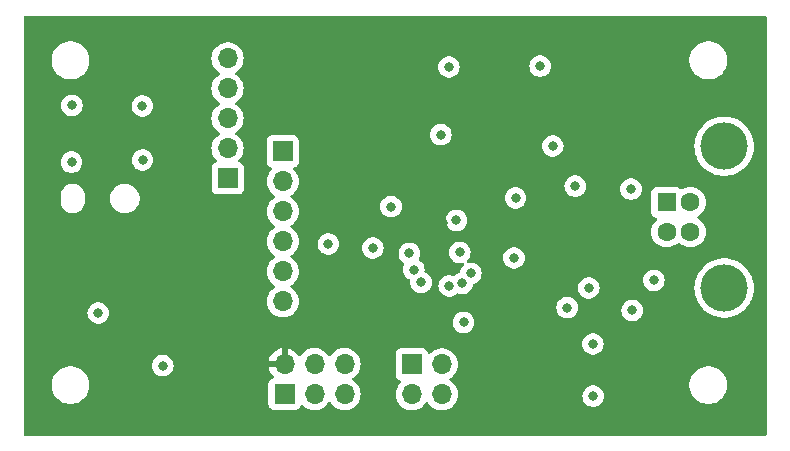
<source format=gbr>
%TF.GenerationSoftware,KiCad,Pcbnew,8.0.1+dfsg-1*%
%TF.CreationDate,2024-04-11T10:46:44+00:00*%
%TF.ProjectId,t1,74312e6b-6963-4616-945f-706362585858,WIP*%
%TF.SameCoordinates,Original*%
%TF.FileFunction,Copper,L3,Inr*%
%TF.FilePolarity,Positive*%
%FSLAX46Y46*%
G04 Gerber Fmt 4.6, Leading zero omitted, Abs format (unit mm)*
G04 Created by KiCad (PCBNEW 8.0.1+dfsg-1) date 2024-04-11 10:46:44*
%MOMM*%
%LPD*%
G01*
G04 APERTURE LIST*
%TA.AperFunction,ComponentPad*%
%ADD10R,1.700000X1.700000*%
%TD*%
%TA.AperFunction,ComponentPad*%
%ADD11O,1.700000X1.700000*%
%TD*%
%TA.AperFunction,ComponentPad*%
%ADD12R,1.600000X1.600000*%
%TD*%
%TA.AperFunction,ComponentPad*%
%ADD13C,1.600000*%
%TD*%
%TA.AperFunction,ComponentPad*%
%ADD14C,4.000000*%
%TD*%
%TA.AperFunction,ViaPad*%
%ADD15C,0.800000*%
%TD*%
G04 APERTURE END LIST*
D10*
%TO.N,Net-(J3-Pin_1)*%
%TO.C,J3*%
X136300000Y-79500000D03*
D11*
%TO.N,Net-(J3-Pin_2)*%
X136300000Y-76960000D03*
%TO.N,Net-(J3-Pin_3)*%
X136300000Y-74420000D03*
%TO.N,Net-(J3-Pin_4)*%
X136300000Y-71880000D03*
%TO.N,Net-(J3-Pin_5)*%
X136300000Y-69340000D03*
%TD*%
D10*
%TO.N,Net-(J4-Pin_1)*%
%TO.C,J4*%
X151892000Y-95250000D03*
D11*
%TO.N,Net-(J4-Pin_2)*%
X154432000Y-95250000D03*
%TO.N,Net-(J4-Pin_3)*%
X151892000Y-97790000D03*
%TO.N,Net-(J4-Pin_4)*%
X154432000Y-97790000D03*
%TD*%
D10*
%TO.N,/MISO2*%
%TO.C,J5*%
X141122400Y-97764600D03*
D11*
%TO.N,+5V*%
X141122400Y-95224600D03*
%TO.N,/SCK2*%
X143662400Y-97764600D03*
%TO.N,/MOSI2*%
X143662400Y-95224600D03*
%TO.N,/RESET2*%
X146202400Y-97764600D03*
%TO.N,GND*%
X146202400Y-95224600D03*
%TD*%
D10*
%TO.N,Net-(J6-Pin_1)*%
%TO.C,J6*%
X140970000Y-77216000D03*
D11*
%TO.N,Net-(J6-Pin_2)*%
X140970000Y-79756000D03*
%TO.N,Net-(J6-Pin_3)*%
X140970000Y-82296000D03*
%TO.N,Net-(J6-Pin_4)*%
X140970000Y-84836000D03*
%TO.N,Net-(J6-Pin_5)*%
X140970000Y-87376000D03*
%TO.N,Net-(J6-Pin_6)*%
X140970000Y-89916000D03*
%TD*%
D12*
%TO.N,Net-(J2-VBUS)*%
%TO.C,J2*%
X173482000Y-81534000D03*
D13*
%TO.N,Net-(J2-D-)*%
X173482000Y-84034000D03*
%TO.N,Net-(J2-D+)*%
X175482000Y-84034000D03*
%TO.N,Earth*%
X175482000Y-81534000D03*
D14*
%TO.N,Net-(J2-Shield)*%
X178342000Y-76784000D03*
X178342000Y-88784000D03*
%TD*%
D15*
%TO.N,GND*%
X154355800Y-75793600D03*
X123113800Y-73329800D03*
X129108200Y-77952600D03*
X167259000Y-97942400D03*
X155676600Y-83058000D03*
X163830000Y-76758800D03*
X125349000Y-90906600D03*
X130810000Y-95351600D03*
X129082800Y-73380600D03*
X144830800Y-85064600D03*
X123088400Y-78130400D03*
%TO.N,+5V*%
X159842200Y-98602800D03*
X154533600Y-83286600D03*
X146024600Y-69240400D03*
X159181800Y-81965800D03*
X130835400Y-88900000D03*
X129108200Y-84302600D03*
X121564400Y-89331800D03*
X123139200Y-84404200D03*
%TO.N,Net-(U1-XTAL1)*%
X162763200Y-70002400D03*
%TO.N,Net-(U1-PC0{slash}XTAL2)*%
X155041600Y-70078600D03*
%TO.N,Earth*%
X160680400Y-81153000D03*
X166878000Y-88773000D03*
X160553400Y-86233000D03*
X167233600Y-93522800D03*
X165049200Y-90449400D03*
%TO.N,VBUS*%
X165735000Y-80162400D03*
%TO.N,Net-(J2-Shield)*%
X170459400Y-80416400D03*
X172389800Y-88138000D03*
X170561000Y-90678000D03*
%TO.N,Net-(J3-Pin_4)*%
X156895800Y-87553800D03*
%TO.N,Net-(J3-Pin_3)*%
X156159200Y-88392000D03*
%TO.N,Net-(J3-Pin_2)*%
X156286200Y-91694000D03*
%TO.N,Net-(J3-Pin_1)*%
X155067000Y-88595200D03*
%TO.N,Net-(J6-Pin_3)*%
X150139400Y-81889600D03*
%TO.N,Net-(J6-Pin_5)*%
X152069800Y-87223600D03*
%TO.N,Net-(J6-Pin_6)*%
X152679400Y-88315800D03*
%TO.N,Net-(J6-Pin_4)*%
X151689100Y-85852000D03*
%TO.N,Net-(J6-Pin_2)*%
X148595111Y-85389689D03*
%TO.N,Net-(U1-D-)*%
X155956000Y-85775802D03*
%TD*%
%TA.AperFunction,Conductor*%
%TO.N,+5V*%
G36*
X181916621Y-65745502D02*
G01*
X181963114Y-65799158D01*
X181974500Y-65851500D01*
X181974500Y-101148500D01*
X181954498Y-101216621D01*
X181900842Y-101263114D01*
X181848500Y-101274500D01*
X119151500Y-101274500D01*
X119083379Y-101254498D01*
X119036886Y-101200842D01*
X119025500Y-101148500D01*
X119025500Y-98663249D01*
X139763900Y-98663249D01*
X139770409Y-98723796D01*
X139770411Y-98723804D01*
X139821510Y-98860802D01*
X139821512Y-98860807D01*
X139909138Y-98977861D01*
X140026192Y-99065487D01*
X140026194Y-99065488D01*
X140026196Y-99065489D01*
X140081300Y-99086042D01*
X140163195Y-99116588D01*
X140163203Y-99116590D01*
X140223750Y-99123099D01*
X140223755Y-99123099D01*
X140223762Y-99123100D01*
X140223768Y-99123100D01*
X142021032Y-99123100D01*
X142021038Y-99123100D01*
X142021045Y-99123099D01*
X142021049Y-99123099D01*
X142081596Y-99116590D01*
X142081599Y-99116589D01*
X142081601Y-99116589D01*
X142095401Y-99111442D01*
X142100445Y-99109560D01*
X142218604Y-99065489D01*
X142254870Y-99038341D01*
X142335661Y-98977861D01*
X142423286Y-98860808D01*
X142423285Y-98860808D01*
X142423289Y-98860804D01*
X142467399Y-98742539D01*
X142509945Y-98685707D01*
X142576466Y-98660896D01*
X142645840Y-98675988D01*
X142678153Y-98701235D01*
X142698929Y-98723804D01*
X142739162Y-98767508D01*
X142771796Y-98792908D01*
X142916824Y-98905789D01*
X143114826Y-99012942D01*
X143114827Y-99012942D01*
X143114828Y-99012943D01*
X143226627Y-99051323D01*
X143327765Y-99086044D01*
X143549831Y-99123100D01*
X143549835Y-99123100D01*
X143774965Y-99123100D01*
X143774969Y-99123100D01*
X143997035Y-99086044D01*
X144209974Y-99012942D01*
X144407976Y-98905789D01*
X144585640Y-98767506D01*
X144738122Y-98601868D01*
X144826918Y-98465954D01*
X144880920Y-98419868D01*
X144951268Y-98410292D01*
X145015625Y-98440269D01*
X145037880Y-98465953D01*
X145049176Y-98483242D01*
X145126675Y-98601865D01*
X145126679Y-98601870D01*
X145279162Y-98767508D01*
X145311796Y-98792908D01*
X145456824Y-98905789D01*
X145654826Y-99012942D01*
X145654827Y-99012942D01*
X145654828Y-99012943D01*
X145766627Y-99051323D01*
X145867765Y-99086044D01*
X146089831Y-99123100D01*
X146089835Y-99123100D01*
X146314965Y-99123100D01*
X146314969Y-99123100D01*
X146537035Y-99086044D01*
X146749974Y-99012942D01*
X146947976Y-98905789D01*
X147125640Y-98767506D01*
X147278122Y-98601868D01*
X147401260Y-98413391D01*
X147491696Y-98207216D01*
X147546964Y-97988968D01*
X147563451Y-97790000D01*
X150528844Y-97790000D01*
X150545331Y-97988968D01*
X150547437Y-98014375D01*
X150602702Y-98232612D01*
X150602703Y-98232613D01*
X150602704Y-98232616D01*
X150684840Y-98419868D01*
X150693141Y-98438793D01*
X150816275Y-98627265D01*
X150816279Y-98627270D01*
X150968762Y-98792908D01*
X150992255Y-98811193D01*
X151146424Y-98931189D01*
X151344426Y-99038342D01*
X151344427Y-99038342D01*
X151344428Y-99038343D01*
X151456227Y-99076723D01*
X151557365Y-99111444D01*
X151779431Y-99148500D01*
X151779435Y-99148500D01*
X152004565Y-99148500D01*
X152004569Y-99148500D01*
X152226635Y-99111444D01*
X152439574Y-99038342D01*
X152637576Y-98931189D01*
X152815240Y-98792906D01*
X152967722Y-98627268D01*
X153056518Y-98491354D01*
X153110520Y-98445268D01*
X153180868Y-98435692D01*
X153245225Y-98465669D01*
X153267480Y-98491353D01*
X153300607Y-98542058D01*
X153356275Y-98627265D01*
X153356279Y-98627270D01*
X153508762Y-98792908D01*
X153532255Y-98811193D01*
X153686424Y-98931189D01*
X153884426Y-99038342D01*
X153884427Y-99038342D01*
X153884428Y-99038343D01*
X153996227Y-99076723D01*
X154097365Y-99111444D01*
X154319431Y-99148500D01*
X154319435Y-99148500D01*
X154544565Y-99148500D01*
X154544569Y-99148500D01*
X154766635Y-99111444D01*
X154979574Y-99038342D01*
X155177576Y-98931189D01*
X155355240Y-98792906D01*
X155507722Y-98627268D01*
X155630860Y-98438791D01*
X155721296Y-98232616D01*
X155776564Y-98014368D01*
X155782528Y-97942400D01*
X166345496Y-97942400D01*
X166365457Y-98132327D01*
X166389789Y-98207212D01*
X166424473Y-98313956D01*
X166424476Y-98313961D01*
X166519958Y-98479341D01*
X166519965Y-98479351D01*
X166647744Y-98621264D01*
X166647747Y-98621266D01*
X166802248Y-98733518D01*
X166976712Y-98811194D01*
X167163513Y-98850900D01*
X167354487Y-98850900D01*
X167541288Y-98811194D01*
X167715752Y-98733518D01*
X167870253Y-98621266D01*
X167924436Y-98561090D01*
X167998034Y-98479351D01*
X167998035Y-98479349D01*
X167998040Y-98479344D01*
X168093527Y-98313956D01*
X168152542Y-98132328D01*
X168172504Y-97942400D01*
X168152542Y-97752472D01*
X168093527Y-97570844D01*
X167998040Y-97405456D01*
X167998038Y-97405454D01*
X167998034Y-97405448D01*
X167870255Y-97263535D01*
X167715752Y-97151282D01*
X167658882Y-97125962D01*
X175399500Y-97125962D01*
X175434571Y-97347387D01*
X175438911Y-97374790D01*
X175516757Y-97614374D01*
X175516759Y-97614379D01*
X175631130Y-97838845D01*
X175779207Y-98042656D01*
X175779209Y-98042658D01*
X175779211Y-98042661D01*
X175957338Y-98220788D01*
X175957341Y-98220790D01*
X175957344Y-98220793D01*
X176161155Y-98368870D01*
X176385621Y-98483241D01*
X176625215Y-98561090D01*
X176874038Y-98600500D01*
X176874041Y-98600500D01*
X177125959Y-98600500D01*
X177125962Y-98600500D01*
X177374785Y-98561090D01*
X177614379Y-98483241D01*
X177838845Y-98368870D01*
X178042656Y-98220793D01*
X178220793Y-98042656D01*
X178368870Y-97838845D01*
X178483241Y-97614379D01*
X178561090Y-97374785D01*
X178600500Y-97125962D01*
X178600500Y-96874038D01*
X178561090Y-96625215D01*
X178483241Y-96385621D01*
X178368870Y-96161155D01*
X178220793Y-95957344D01*
X178220790Y-95957341D01*
X178220788Y-95957338D01*
X178042661Y-95779211D01*
X178042658Y-95779209D01*
X178042656Y-95779207D01*
X177838845Y-95631130D01*
X177614379Y-95516759D01*
X177614376Y-95516758D01*
X177614374Y-95516757D01*
X177374790Y-95438911D01*
X177374786Y-95438910D01*
X177374785Y-95438910D01*
X177125962Y-95399500D01*
X176874038Y-95399500D01*
X176625215Y-95438910D01*
X176625209Y-95438911D01*
X176385625Y-95516757D01*
X176385619Y-95516760D01*
X176161151Y-95631132D01*
X175957341Y-95779209D01*
X175957338Y-95779211D01*
X175779211Y-95957338D01*
X175779209Y-95957341D01*
X175631132Y-96161151D01*
X175516760Y-96385619D01*
X175516757Y-96385625D01*
X175438911Y-96625209D01*
X175438910Y-96625214D01*
X175438910Y-96625215D01*
X175399500Y-96874038D01*
X175399500Y-97125962D01*
X167658882Y-97125962D01*
X167541288Y-97073606D01*
X167354487Y-97033900D01*
X167163513Y-97033900D01*
X166976711Y-97073606D01*
X166802247Y-97151282D01*
X166647744Y-97263535D01*
X166519965Y-97405448D01*
X166519958Y-97405458D01*
X166424476Y-97570838D01*
X166424473Y-97570845D01*
X166365457Y-97752472D01*
X166345496Y-97942400D01*
X155782528Y-97942400D01*
X155795156Y-97790000D01*
X155776564Y-97565632D01*
X155770130Y-97540224D01*
X155721297Y-97347387D01*
X155721296Y-97347386D01*
X155721296Y-97347384D01*
X155630860Y-97141209D01*
X155614263Y-97115806D01*
X155507724Y-96952734D01*
X155507720Y-96952729D01*
X155355237Y-96787091D01*
X155247007Y-96702852D01*
X155177576Y-96648811D01*
X155144319Y-96630813D01*
X155093929Y-96580802D01*
X155078576Y-96511485D01*
X155103136Y-96444872D01*
X155144320Y-96409186D01*
X155149335Y-96406472D01*
X155177576Y-96391189D01*
X155355240Y-96252906D01*
X155507722Y-96087268D01*
X155630860Y-95898791D01*
X155721296Y-95692616D01*
X155776564Y-95474368D01*
X155795156Y-95250000D01*
X155776564Y-95025632D01*
X155723138Y-94814656D01*
X155721297Y-94807387D01*
X155721296Y-94807386D01*
X155721296Y-94807384D01*
X155630860Y-94601209D01*
X155616289Y-94578906D01*
X155507724Y-94412734D01*
X155507720Y-94412729D01*
X155355237Y-94247091D01*
X155235367Y-94153792D01*
X155177576Y-94108811D01*
X154979574Y-94001658D01*
X154979572Y-94001657D01*
X154979571Y-94001656D01*
X154766639Y-93928557D01*
X154766630Y-93928555D01*
X154722476Y-93921187D01*
X154544569Y-93891500D01*
X154319431Y-93891500D01*
X154171211Y-93916233D01*
X154097369Y-93928555D01*
X154097360Y-93928557D01*
X153884428Y-94001656D01*
X153884426Y-94001658D01*
X153686426Y-94108810D01*
X153686424Y-94108811D01*
X153508762Y-94247091D01*
X153447754Y-94313363D01*
X153386901Y-94349933D01*
X153315936Y-94347798D01*
X153257391Y-94307636D01*
X153236999Y-94272057D01*
X153192889Y-94153797D01*
X153192887Y-94153792D01*
X153105261Y-94036738D01*
X152988207Y-93949112D01*
X152988202Y-93949110D01*
X152851204Y-93898011D01*
X152851196Y-93898009D01*
X152790649Y-93891500D01*
X152790638Y-93891500D01*
X150993362Y-93891500D01*
X150993350Y-93891500D01*
X150932803Y-93898009D01*
X150932795Y-93898011D01*
X150795797Y-93949110D01*
X150795792Y-93949112D01*
X150678738Y-94036738D01*
X150591112Y-94153792D01*
X150591110Y-94153797D01*
X150540011Y-94290795D01*
X150540009Y-94290803D01*
X150533500Y-94351350D01*
X150533500Y-96148649D01*
X150540009Y-96209196D01*
X150540011Y-96209204D01*
X150591110Y-96346202D01*
X150591112Y-96346207D01*
X150678738Y-96463261D01*
X150795791Y-96550886D01*
X150795792Y-96550886D01*
X150795796Y-96550889D01*
X150910810Y-96593787D01*
X150967642Y-96636332D01*
X150992453Y-96702852D01*
X150977362Y-96772226D01*
X150959475Y-96797179D01*
X150816280Y-96952729D01*
X150816275Y-96952734D01*
X150693141Y-97141206D01*
X150602703Y-97347386D01*
X150602702Y-97347387D01*
X150547437Y-97565624D01*
X150547436Y-97565630D01*
X150547436Y-97565632D01*
X150528844Y-97790000D01*
X147563451Y-97790000D01*
X147565556Y-97764600D01*
X147546964Y-97540232D01*
X147512832Y-97405448D01*
X147491697Y-97321987D01*
X147491696Y-97321986D01*
X147491696Y-97321984D01*
X147401260Y-97115809D01*
X147383900Y-97089237D01*
X147278124Y-96927334D01*
X147278120Y-96927329D01*
X147158307Y-96797179D01*
X147125640Y-96761694D01*
X147125639Y-96761693D01*
X147125637Y-96761691D01*
X146998798Y-96662968D01*
X146947976Y-96623411D01*
X146914719Y-96605413D01*
X146864329Y-96555402D01*
X146848976Y-96486085D01*
X146873536Y-96419472D01*
X146914720Y-96383786D01*
X146947976Y-96365789D01*
X147125640Y-96227506D01*
X147278122Y-96061868D01*
X147401260Y-95873391D01*
X147491696Y-95667216D01*
X147546964Y-95448968D01*
X147565556Y-95224600D01*
X147546964Y-95000232D01*
X147491738Y-94782150D01*
X147491697Y-94781987D01*
X147491696Y-94781986D01*
X147491696Y-94781984D01*
X147401260Y-94575809D01*
X147383997Y-94549386D01*
X147278124Y-94387334D01*
X147278120Y-94387329D01*
X147161970Y-94261159D01*
X147125640Y-94221694D01*
X147125639Y-94221693D01*
X147125637Y-94221691D01*
X147038400Y-94153792D01*
X146947976Y-94083411D01*
X146749974Y-93976258D01*
X146749972Y-93976257D01*
X146749971Y-93976256D01*
X146537039Y-93903157D01*
X146537030Y-93903155D01*
X146484287Y-93894354D01*
X146314969Y-93866100D01*
X146089831Y-93866100D01*
X145945371Y-93890206D01*
X145867769Y-93903155D01*
X145867760Y-93903157D01*
X145654828Y-93976256D01*
X145654826Y-93976258D01*
X145500563Y-94059741D01*
X145456826Y-94083410D01*
X145456824Y-94083411D01*
X145279162Y-94221691D01*
X145126679Y-94387329D01*
X145037883Y-94523243D01*
X144983879Y-94569331D01*
X144913531Y-94578906D01*
X144849174Y-94548929D01*
X144826917Y-94523243D01*
X144738120Y-94387329D01*
X144621970Y-94261159D01*
X144585640Y-94221694D01*
X144585639Y-94221693D01*
X144585637Y-94221691D01*
X144498400Y-94153792D01*
X144407976Y-94083411D01*
X144209974Y-93976258D01*
X144209972Y-93976257D01*
X144209971Y-93976256D01*
X143997039Y-93903157D01*
X143997030Y-93903155D01*
X143944287Y-93894354D01*
X143774969Y-93866100D01*
X143549831Y-93866100D01*
X143405371Y-93890206D01*
X143327769Y-93903155D01*
X143327760Y-93903157D01*
X143114828Y-93976256D01*
X143114826Y-93976258D01*
X142960563Y-94059741D01*
X142916826Y-94083410D01*
X142916824Y-94083411D01*
X142739162Y-94221691D01*
X142586679Y-94387329D01*
X142497583Y-94523701D01*
X142443579Y-94569789D01*
X142373231Y-94579364D01*
X142308874Y-94549386D01*
X142286617Y-94523700D01*
X142197727Y-94387644D01*
X142045302Y-94222065D01*
X141867701Y-94083832D01*
X141867700Y-94083831D01*
X141669771Y-93976717D01*
X141669769Y-93976716D01*
X141456912Y-93903643D01*
X141456901Y-93903640D01*
X141376400Y-93890206D01*
X141376400Y-94793897D01*
X141315393Y-94758675D01*
X141188226Y-94724600D01*
X141056574Y-94724600D01*
X140929407Y-94758675D01*
X140868400Y-94793897D01*
X140868400Y-93890207D01*
X140868399Y-93890206D01*
X140787898Y-93903640D01*
X140787887Y-93903643D01*
X140575030Y-93976716D01*
X140575028Y-93976717D01*
X140377099Y-94083831D01*
X140377098Y-94083832D01*
X140199497Y-94222065D01*
X140047074Y-94387641D01*
X139923980Y-94576051D01*
X139833579Y-94782143D01*
X139833576Y-94782150D01*
X139785855Y-94970599D01*
X139785856Y-94970600D01*
X140691697Y-94970600D01*
X140656475Y-95031607D01*
X140622400Y-95158774D01*
X140622400Y-95290426D01*
X140656475Y-95417593D01*
X140691697Y-95478600D01*
X139785855Y-95478600D01*
X139833576Y-95667049D01*
X139833579Y-95667056D01*
X139923980Y-95873148D01*
X140047074Y-96061558D01*
X140190381Y-96217232D01*
X140221801Y-96280897D01*
X140213814Y-96351443D01*
X140168955Y-96406472D01*
X140141713Y-96420624D01*
X140026195Y-96463711D01*
X140026192Y-96463712D01*
X139909138Y-96551338D01*
X139821512Y-96668392D01*
X139821510Y-96668397D01*
X139770411Y-96805395D01*
X139770409Y-96805403D01*
X139763900Y-96865950D01*
X139763900Y-98663249D01*
X119025500Y-98663249D01*
X119025500Y-97125962D01*
X121399500Y-97125962D01*
X121434571Y-97347387D01*
X121438911Y-97374790D01*
X121516757Y-97614374D01*
X121516759Y-97614379D01*
X121631130Y-97838845D01*
X121779207Y-98042656D01*
X121779209Y-98042658D01*
X121779211Y-98042661D01*
X121957338Y-98220788D01*
X121957341Y-98220790D01*
X121957344Y-98220793D01*
X122161155Y-98368870D01*
X122385621Y-98483241D01*
X122625215Y-98561090D01*
X122874038Y-98600500D01*
X122874041Y-98600500D01*
X123125959Y-98600500D01*
X123125962Y-98600500D01*
X123374785Y-98561090D01*
X123614379Y-98483241D01*
X123838845Y-98368870D01*
X124042656Y-98220793D01*
X124220793Y-98042656D01*
X124368870Y-97838845D01*
X124483241Y-97614379D01*
X124561090Y-97374785D01*
X124600500Y-97125962D01*
X124600500Y-96874038D01*
X124561090Y-96625215D01*
X124483241Y-96385621D01*
X124368870Y-96161155D01*
X124220793Y-95957344D01*
X124220790Y-95957341D01*
X124220788Y-95957338D01*
X124042661Y-95779211D01*
X124042658Y-95779209D01*
X124042656Y-95779207D01*
X123838845Y-95631130D01*
X123614379Y-95516759D01*
X123614376Y-95516758D01*
X123614374Y-95516757D01*
X123374790Y-95438911D01*
X123374786Y-95438910D01*
X123374785Y-95438910D01*
X123125962Y-95399500D01*
X122874038Y-95399500D01*
X122625215Y-95438910D01*
X122625209Y-95438911D01*
X122385625Y-95516757D01*
X122385619Y-95516760D01*
X122161151Y-95631132D01*
X121957341Y-95779209D01*
X121957338Y-95779211D01*
X121779211Y-95957338D01*
X121779209Y-95957341D01*
X121631132Y-96161151D01*
X121516760Y-96385619D01*
X121516757Y-96385625D01*
X121438911Y-96625209D01*
X121438910Y-96625214D01*
X121438910Y-96625215D01*
X121399500Y-96874038D01*
X121399500Y-97125962D01*
X119025500Y-97125962D01*
X119025500Y-95351600D01*
X129896496Y-95351600D01*
X129916457Y-95541527D01*
X129943482Y-95624699D01*
X129975473Y-95723156D01*
X129975476Y-95723161D01*
X130070958Y-95888541D01*
X130070965Y-95888551D01*
X130198744Y-96030464D01*
X130198747Y-96030466D01*
X130353248Y-96142718D01*
X130527712Y-96220394D01*
X130714513Y-96260100D01*
X130905487Y-96260100D01*
X131092288Y-96220394D01*
X131266752Y-96142718D01*
X131421253Y-96030466D01*
X131421255Y-96030464D01*
X131549034Y-95888551D01*
X131549035Y-95888549D01*
X131549040Y-95888544D01*
X131644527Y-95723156D01*
X131703542Y-95541528D01*
X131723504Y-95351600D01*
X131703542Y-95161672D01*
X131644527Y-94980044D01*
X131549040Y-94814656D01*
X131549038Y-94814654D01*
X131549034Y-94814648D01*
X131421255Y-94672735D01*
X131266752Y-94560482D01*
X131092288Y-94482806D01*
X130905487Y-94443100D01*
X130714513Y-94443100D01*
X130527711Y-94482806D01*
X130353247Y-94560482D01*
X130198744Y-94672735D01*
X130070965Y-94814648D01*
X130070958Y-94814658D01*
X129975476Y-94980038D01*
X129975473Y-94980044D01*
X129960999Y-95024586D01*
X129916457Y-95161672D01*
X129896496Y-95351600D01*
X119025500Y-95351600D01*
X119025500Y-93522800D01*
X166320096Y-93522800D01*
X166340057Y-93712727D01*
X166370126Y-93805270D01*
X166399073Y-93894356D01*
X166399076Y-93894361D01*
X166494558Y-94059741D01*
X166494565Y-94059751D01*
X166622344Y-94201664D01*
X166622347Y-94201666D01*
X166776848Y-94313918D01*
X166951312Y-94391594D01*
X167138113Y-94431300D01*
X167329087Y-94431300D01*
X167515888Y-94391594D01*
X167690352Y-94313918D01*
X167844853Y-94201666D01*
X167844855Y-94201664D01*
X167972634Y-94059751D01*
X167972635Y-94059749D01*
X167972640Y-94059744D01*
X168068127Y-93894356D01*
X168127142Y-93712728D01*
X168147104Y-93522800D01*
X168127142Y-93332872D01*
X168068127Y-93151244D01*
X167972640Y-92985856D01*
X167972638Y-92985854D01*
X167972634Y-92985848D01*
X167844855Y-92843935D01*
X167690352Y-92731682D01*
X167515888Y-92654006D01*
X167329087Y-92614300D01*
X167138113Y-92614300D01*
X166951311Y-92654006D01*
X166776847Y-92731682D01*
X166622344Y-92843935D01*
X166494565Y-92985848D01*
X166494558Y-92985858D01*
X166399076Y-93151238D01*
X166399073Y-93151245D01*
X166340057Y-93332872D01*
X166320096Y-93522800D01*
X119025500Y-93522800D01*
X119025500Y-90906600D01*
X124435496Y-90906600D01*
X124455457Y-91096527D01*
X124480774Y-91174443D01*
X124514473Y-91278156D01*
X124514476Y-91278161D01*
X124609958Y-91443541D01*
X124609965Y-91443551D01*
X124737744Y-91585464D01*
X124737747Y-91585466D01*
X124892248Y-91697718D01*
X125066712Y-91775394D01*
X125253513Y-91815100D01*
X125444487Y-91815100D01*
X125631288Y-91775394D01*
X125805752Y-91697718D01*
X125810869Y-91694000D01*
X155372696Y-91694000D01*
X155392657Y-91883927D01*
X155422726Y-91976470D01*
X155451673Y-92065556D01*
X155451676Y-92065561D01*
X155547158Y-92230941D01*
X155547165Y-92230951D01*
X155674944Y-92372864D01*
X155674947Y-92372866D01*
X155829448Y-92485118D01*
X156003912Y-92562794D01*
X156190713Y-92602500D01*
X156381687Y-92602500D01*
X156568488Y-92562794D01*
X156742952Y-92485118D01*
X156897453Y-92372866D01*
X157025240Y-92230944D01*
X157120727Y-92065556D01*
X157179742Y-91883928D01*
X157199704Y-91694000D01*
X157179742Y-91504072D01*
X157120727Y-91322444D01*
X157025240Y-91157056D01*
X157025238Y-91157054D01*
X157025234Y-91157048D01*
X156897455Y-91015135D01*
X156742952Y-90902882D01*
X156568488Y-90825206D01*
X156381687Y-90785500D01*
X156190713Y-90785500D01*
X156003911Y-90825206D01*
X155829447Y-90902882D01*
X155674944Y-91015135D01*
X155547165Y-91157048D01*
X155547158Y-91157058D01*
X155451676Y-91322438D01*
X155451673Y-91322445D01*
X155392657Y-91504072D01*
X155372696Y-91694000D01*
X125810869Y-91694000D01*
X125960253Y-91585466D01*
X125960255Y-91585464D01*
X126088034Y-91443551D01*
X126088035Y-91443549D01*
X126088040Y-91443544D01*
X126183527Y-91278156D01*
X126242542Y-91096528D01*
X126262504Y-90906600D01*
X126242542Y-90716672D01*
X126183527Y-90535044D01*
X126088040Y-90369656D01*
X126088038Y-90369654D01*
X126088034Y-90369648D01*
X125960255Y-90227735D01*
X125805752Y-90115482D01*
X125631288Y-90037806D01*
X125444487Y-89998100D01*
X125253513Y-89998100D01*
X125066711Y-90037806D01*
X124892247Y-90115482D01*
X124737744Y-90227735D01*
X124609965Y-90369648D01*
X124609958Y-90369658D01*
X124514476Y-90535038D01*
X124514473Y-90535045D01*
X124455457Y-90716672D01*
X124435496Y-90906600D01*
X119025500Y-90906600D01*
X119025500Y-89916000D01*
X139606844Y-89916000D01*
X139616937Y-90037806D01*
X139625437Y-90140375D01*
X139680702Y-90358612D01*
X139680703Y-90358613D01*
X139680704Y-90358616D01*
X139744730Y-90504582D01*
X139771141Y-90564793D01*
X139894275Y-90753265D01*
X139894279Y-90753270D01*
X139956594Y-90820961D01*
X140035431Y-90906600D01*
X140046762Y-90918908D01*
X140101331Y-90961381D01*
X140224424Y-91057189D01*
X140422426Y-91164342D01*
X140422427Y-91164342D01*
X140422428Y-91164343D01*
X140451849Y-91174443D01*
X140635365Y-91237444D01*
X140857431Y-91274500D01*
X140857435Y-91274500D01*
X141082565Y-91274500D01*
X141082569Y-91274500D01*
X141304635Y-91237444D01*
X141517574Y-91164342D01*
X141715576Y-91057189D01*
X141893240Y-90918906D01*
X142045722Y-90753268D01*
X142168860Y-90564791D01*
X142219475Y-90449400D01*
X164135696Y-90449400D01*
X164155657Y-90639327D01*
X164168223Y-90678000D01*
X164214673Y-90820956D01*
X164214676Y-90820961D01*
X164310158Y-90986341D01*
X164310165Y-90986351D01*
X164437944Y-91128264D01*
X164499199Y-91172768D01*
X164592448Y-91240518D01*
X164766912Y-91318194D01*
X164953713Y-91357900D01*
X165144687Y-91357900D01*
X165331488Y-91318194D01*
X165505952Y-91240518D01*
X165660453Y-91128266D01*
X165689031Y-91096527D01*
X165788234Y-90986351D01*
X165788235Y-90986349D01*
X165788240Y-90986344D01*
X165883727Y-90820956D01*
X165930177Y-90678000D01*
X169647496Y-90678000D01*
X169667457Y-90867927D01*
X169697526Y-90960470D01*
X169726473Y-91049556D01*
X169726476Y-91049561D01*
X169821958Y-91214941D01*
X169821965Y-91214951D01*
X169949744Y-91356864D01*
X169949747Y-91356866D01*
X170104248Y-91469118D01*
X170278712Y-91546794D01*
X170465513Y-91586500D01*
X170656487Y-91586500D01*
X170843288Y-91546794D01*
X171017752Y-91469118D01*
X171172253Y-91356866D01*
X171203252Y-91322438D01*
X171300034Y-91214951D01*
X171300035Y-91214949D01*
X171300040Y-91214944D01*
X171395527Y-91049556D01*
X171454542Y-90867928D01*
X171474504Y-90678000D01*
X171454542Y-90488072D01*
X171395527Y-90306444D01*
X171300040Y-90141056D01*
X171300038Y-90141054D01*
X171300034Y-90141048D01*
X171172255Y-89999135D01*
X171017752Y-89886882D01*
X170843288Y-89809206D01*
X170656487Y-89769500D01*
X170465513Y-89769500D01*
X170278711Y-89809206D01*
X170104247Y-89886882D01*
X169949744Y-89999135D01*
X169821965Y-90141048D01*
X169821958Y-90141058D01*
X169726476Y-90306438D01*
X169726473Y-90306445D01*
X169667457Y-90488072D01*
X169647496Y-90678000D01*
X165930177Y-90678000D01*
X165942742Y-90639328D01*
X165962704Y-90449400D01*
X165942742Y-90259472D01*
X165883727Y-90077844D01*
X165788240Y-89912456D01*
X165788238Y-89912454D01*
X165788234Y-89912448D01*
X165660455Y-89770535D01*
X165505952Y-89658282D01*
X165331488Y-89580606D01*
X165144687Y-89540900D01*
X164953713Y-89540900D01*
X164766911Y-89580606D01*
X164592447Y-89658282D01*
X164437944Y-89770535D01*
X164310165Y-89912448D01*
X164310158Y-89912458D01*
X164214676Y-90077838D01*
X164214673Y-90077845D01*
X164155657Y-90259472D01*
X164135696Y-90449400D01*
X142219475Y-90449400D01*
X142259296Y-90358616D01*
X142314564Y-90140368D01*
X142333156Y-89916000D01*
X142314564Y-89691632D01*
X142282273Y-89564117D01*
X142259297Y-89473387D01*
X142259296Y-89473386D01*
X142259296Y-89473384D01*
X142168860Y-89267209D01*
X142114885Y-89184594D01*
X142045724Y-89078734D01*
X142045720Y-89078729D01*
X141907990Y-88929117D01*
X141893240Y-88913094D01*
X141893239Y-88913093D01*
X141893237Y-88913091D01*
X141811382Y-88849381D01*
X141715576Y-88774811D01*
X141682319Y-88756813D01*
X141631929Y-88706802D01*
X141616576Y-88637485D01*
X141641136Y-88570872D01*
X141682320Y-88535186D01*
X141715576Y-88517189D01*
X141893240Y-88378906D01*
X142045722Y-88213268D01*
X142168860Y-88024791D01*
X142259296Y-87818616D01*
X142314564Y-87600368D01*
X142333156Y-87376000D01*
X142314564Y-87151632D01*
X142292225Y-87063418D01*
X142259297Y-86933387D01*
X142259296Y-86933386D01*
X142259296Y-86933384D01*
X142168860Y-86727209D01*
X142142367Y-86686658D01*
X142045724Y-86538734D01*
X142045720Y-86538729D01*
X141912077Y-86393556D01*
X141893240Y-86373094D01*
X141893239Y-86373093D01*
X141893237Y-86373091D01*
X141797003Y-86298189D01*
X141715576Y-86234811D01*
X141682319Y-86216813D01*
X141631929Y-86166802D01*
X141616576Y-86097485D01*
X141641136Y-86030872D01*
X141682320Y-85995186D01*
X141715576Y-85977189D01*
X141893240Y-85838906D01*
X142045722Y-85673268D01*
X142168860Y-85484791D01*
X142259296Y-85278616D01*
X142313492Y-85064600D01*
X143917296Y-85064600D01*
X143937257Y-85254527D01*
X143959993Y-85324500D01*
X143996273Y-85436156D01*
X143996276Y-85436161D01*
X144091758Y-85601541D01*
X144091765Y-85601551D01*
X144219544Y-85743464D01*
X144280799Y-85787968D01*
X144374048Y-85855718D01*
X144548512Y-85933394D01*
X144735313Y-85973100D01*
X144926287Y-85973100D01*
X145113088Y-85933394D01*
X145287552Y-85855718D01*
X145442053Y-85743466D01*
X145442055Y-85743464D01*
X145569834Y-85601551D01*
X145569835Y-85601549D01*
X145569840Y-85601544D01*
X145665327Y-85436156D01*
X145680425Y-85389689D01*
X147681607Y-85389689D01*
X147701568Y-85579616D01*
X147728360Y-85662072D01*
X147760584Y-85761245D01*
X147760587Y-85761250D01*
X147856069Y-85926630D01*
X147856076Y-85926640D01*
X147983855Y-86068553D01*
X148035396Y-86106000D01*
X148138359Y-86180807D01*
X148312823Y-86258483D01*
X148499624Y-86298189D01*
X148690598Y-86298189D01*
X148877399Y-86258483D01*
X149051863Y-86180807D01*
X149206364Y-86068555D01*
X149298949Y-85965729D01*
X149334145Y-85926640D01*
X149334146Y-85926638D01*
X149334151Y-85926633D01*
X149377240Y-85852000D01*
X150775596Y-85852000D01*
X150795557Y-86041927D01*
X150816376Y-86106000D01*
X150854573Y-86223556D01*
X150854576Y-86223561D01*
X150950058Y-86388941D01*
X150950065Y-86388951D01*
X151077844Y-86530864D01*
X151227602Y-86639670D01*
X151270956Y-86695892D01*
X151277031Y-86766629D01*
X151262661Y-86804604D01*
X151235274Y-86852039D01*
X151235270Y-86852049D01*
X151176257Y-87033671D01*
X151156296Y-87223600D01*
X151176257Y-87413527D01*
X151195975Y-87474210D01*
X151235273Y-87595156D01*
X151235276Y-87595161D01*
X151330758Y-87760541D01*
X151330765Y-87760551D01*
X151458544Y-87902464D01*
X151458547Y-87902466D01*
X151613048Y-88014718D01*
X151705662Y-88055952D01*
X151759758Y-88101932D01*
X151780408Y-88169859D01*
X151779724Y-88184229D01*
X151765896Y-88315799D01*
X151785857Y-88505727D01*
X151807025Y-88570872D01*
X151844873Y-88687356D01*
X151844876Y-88687361D01*
X151940358Y-88852741D01*
X151940365Y-88852751D01*
X152068144Y-88994664D01*
X152068147Y-88994666D01*
X152222648Y-89106918D01*
X152397112Y-89184594D01*
X152583913Y-89224300D01*
X152774887Y-89224300D01*
X152961688Y-89184594D01*
X153136152Y-89106918D01*
X153290653Y-88994666D01*
X153349823Y-88928951D01*
X153418434Y-88852751D01*
X153418435Y-88852749D01*
X153418440Y-88852744D01*
X153513927Y-88687356D01*
X153543871Y-88595200D01*
X154153496Y-88595200D01*
X154173457Y-88785127D01*
X154183769Y-88816863D01*
X154232473Y-88966756D01*
X154232476Y-88966761D01*
X154327958Y-89132141D01*
X154327965Y-89132151D01*
X154455744Y-89274064D01*
X154505129Y-89309944D01*
X154610248Y-89386318D01*
X154784712Y-89463994D01*
X154971513Y-89503700D01*
X155162487Y-89503700D01*
X155349288Y-89463994D01*
X155523752Y-89386318D01*
X155678253Y-89274066D01*
X155682374Y-89269488D01*
X155742816Y-89232247D01*
X155813799Y-89233594D01*
X155827262Y-89238689D01*
X155876907Y-89260793D01*
X155939356Y-89274067D01*
X156063713Y-89300500D01*
X156254687Y-89300500D01*
X156441488Y-89260794D01*
X156615952Y-89183118D01*
X156770453Y-89070866D01*
X156839066Y-88994664D01*
X156898234Y-88928951D01*
X156898235Y-88928949D01*
X156898240Y-88928944D01*
X156988274Y-88773000D01*
X165964496Y-88773000D01*
X165984457Y-88962927D01*
X165998711Y-89006794D01*
X166043473Y-89144556D01*
X166043476Y-89144561D01*
X166138958Y-89309941D01*
X166138965Y-89309951D01*
X166266744Y-89451864D01*
X166296368Y-89473387D01*
X166421248Y-89564118D01*
X166595712Y-89641794D01*
X166782513Y-89681500D01*
X166973487Y-89681500D01*
X167160288Y-89641794D01*
X167334752Y-89564118D01*
X167489253Y-89451866D01*
X167527785Y-89409072D01*
X167617034Y-89309951D01*
X167617035Y-89309949D01*
X167617040Y-89309944D01*
X167712527Y-89144556D01*
X167771542Y-88962928D01*
X167791504Y-88773000D01*
X167771542Y-88583072D01*
X167712527Y-88401444D01*
X167617040Y-88236056D01*
X167617038Y-88236054D01*
X167617034Y-88236048D01*
X167528751Y-88138000D01*
X171476296Y-88138000D01*
X171496257Y-88327927D01*
X171520143Y-88401438D01*
X171555273Y-88509556D01*
X171555276Y-88509561D01*
X171650758Y-88674941D01*
X171650765Y-88674951D01*
X171778543Y-88816863D01*
X171778546Y-88816865D01*
X171778547Y-88816866D01*
X171933048Y-88929118D01*
X172107512Y-89006794D01*
X172294313Y-89046500D01*
X172485287Y-89046500D01*
X172672088Y-89006794D01*
X172846552Y-88929118D01*
X173001053Y-88816866D01*
X173001056Y-88816863D01*
X173001057Y-88816863D01*
X173030641Y-88784006D01*
X175828540Y-88784006D01*
X175848357Y-89099007D01*
X175848359Y-89099024D01*
X175907504Y-89409067D01*
X175907507Y-89409080D01*
X176005039Y-89709254D01*
X176005044Y-89709266D01*
X176139438Y-89994869D01*
X176139440Y-89994872D01*
X176139443Y-89994878D01*
X176308562Y-90261368D01*
X176509763Y-90504578D01*
X176509766Y-90504580D01*
X176509767Y-90504582D01*
X176542206Y-90535044D01*
X176739860Y-90720654D01*
X176942564Y-90867927D01*
X176995221Y-90906184D01*
X177271821Y-91058247D01*
X177565298Y-91174443D01*
X177871025Y-91252940D01*
X177871033Y-91252941D01*
X177871032Y-91252941D01*
X178035129Y-91273670D01*
X178184179Y-91292500D01*
X178184183Y-91292500D01*
X178499817Y-91292500D01*
X178499821Y-91292500D01*
X178812975Y-91252940D01*
X179118702Y-91174443D01*
X179412179Y-91058247D01*
X179688779Y-90906184D01*
X179944140Y-90720654D01*
X180174233Y-90504582D01*
X180375432Y-90261375D01*
X180375434Y-90261370D01*
X180375437Y-90261368D01*
X180517313Y-90037806D01*
X180544562Y-89994869D01*
X180678956Y-89709266D01*
X180776495Y-89409072D01*
X180835641Y-89099020D01*
X180836917Y-89078734D01*
X180855460Y-88784006D01*
X180855460Y-88783993D01*
X180835642Y-88468992D01*
X180835640Y-88468975D01*
X180831296Y-88446205D01*
X180776495Y-88158928D01*
X180707984Y-87948072D01*
X180678960Y-87858745D01*
X180678955Y-87858732D01*
X180660078Y-87818616D01*
X180544562Y-87573131D01*
X180544556Y-87573121D01*
X180375437Y-87306631D01*
X180174236Y-87063421D01*
X180124649Y-87016856D01*
X179949138Y-86852039D01*
X179944139Y-86847345D01*
X179688781Y-86661817D01*
X179584620Y-86604554D01*
X179412179Y-86509753D01*
X179118702Y-86393557D01*
X178812975Y-86315060D01*
X178812970Y-86315059D01*
X178812965Y-86315058D01*
X178812967Y-86315058D01*
X178499835Y-86275501D01*
X178499824Y-86275500D01*
X178499821Y-86275500D01*
X178184179Y-86275500D01*
X178184176Y-86275500D01*
X178184164Y-86275501D01*
X177871033Y-86315058D01*
X177565301Y-86393556D01*
X177565299Y-86393556D01*
X177565298Y-86393557D01*
X177397753Y-86459893D01*
X177271821Y-86509753D01*
X176995218Y-86661817D01*
X176739861Y-86847345D01*
X176739860Y-86847345D01*
X176509763Y-87063421D01*
X176308562Y-87306631D01*
X176139443Y-87573121D01*
X176139436Y-87573135D01*
X176005044Y-87858732D01*
X176005039Y-87858745D01*
X175907507Y-88158919D01*
X175907504Y-88158932D01*
X175848359Y-88468975D01*
X175848357Y-88468992D01*
X175828540Y-88783993D01*
X175828540Y-88784006D01*
X173030641Y-88784006D01*
X173128834Y-88674951D01*
X173128835Y-88674949D01*
X173128840Y-88674944D01*
X173224327Y-88509556D01*
X173283342Y-88327928D01*
X173303304Y-88138000D01*
X173283342Y-87948072D01*
X173224327Y-87766444D01*
X173128840Y-87601056D01*
X173128838Y-87601054D01*
X173128834Y-87601048D01*
X173001055Y-87459135D01*
X172846552Y-87346882D01*
X172672088Y-87269206D01*
X172485287Y-87229500D01*
X172294313Y-87229500D01*
X172107511Y-87269206D01*
X171933047Y-87346882D01*
X171778544Y-87459135D01*
X171650765Y-87601048D01*
X171650758Y-87601058D01*
X171558681Y-87760541D01*
X171555273Y-87766444D01*
X171549002Y-87785745D01*
X171496257Y-87948072D01*
X171476296Y-88138000D01*
X167528751Y-88138000D01*
X167489255Y-88094135D01*
X167334752Y-87981882D01*
X167160288Y-87904206D01*
X166973487Y-87864500D01*
X166782513Y-87864500D01*
X166595711Y-87904206D01*
X166421247Y-87981882D01*
X166266744Y-88094135D01*
X166138965Y-88236048D01*
X166138958Y-88236058D01*
X166043476Y-88401438D01*
X166043473Y-88401445D01*
X165984457Y-88583072D01*
X165964496Y-88773000D01*
X156988274Y-88773000D01*
X156993727Y-88763556D01*
X157052742Y-88581928D01*
X157057437Y-88537249D01*
X157084448Y-88471593D01*
X157142669Y-88430962D01*
X157156551Y-88427171D01*
X157162937Y-88425814D01*
X157178085Y-88422595D01*
X157178086Y-88422594D01*
X157178088Y-88422594D01*
X157352552Y-88344918D01*
X157507053Y-88232666D01*
X157515176Y-88223645D01*
X157634834Y-88090751D01*
X157634835Y-88090749D01*
X157634840Y-88090744D01*
X157730327Y-87925356D01*
X157789342Y-87743728D01*
X157809304Y-87553800D01*
X157789342Y-87363872D01*
X157730327Y-87182244D01*
X157634840Y-87016856D01*
X157634838Y-87016854D01*
X157634834Y-87016848D01*
X157507055Y-86874935D01*
X157352552Y-86762682D01*
X157178088Y-86685006D01*
X156991287Y-86645300D01*
X156800313Y-86645300D01*
X156678054Y-86671287D01*
X156607263Y-86665885D01*
X156550631Y-86623068D01*
X156526137Y-86556431D01*
X156541558Y-86487129D01*
X156563188Y-86459893D01*
X156562835Y-86459576D01*
X156695034Y-86312753D01*
X156695035Y-86312751D01*
X156695040Y-86312746D01*
X156741081Y-86233000D01*
X159639896Y-86233000D01*
X159659857Y-86422927D01*
X159680718Y-86487129D01*
X159718873Y-86604556D01*
X159718876Y-86604561D01*
X159814358Y-86769941D01*
X159814365Y-86769951D01*
X159942144Y-86911864D01*
X159971768Y-86933387D01*
X160096648Y-87024118D01*
X160271112Y-87101794D01*
X160457913Y-87141500D01*
X160648887Y-87141500D01*
X160835688Y-87101794D01*
X161010152Y-87024118D01*
X161164653Y-86911866D01*
X161202326Y-86870026D01*
X161292434Y-86769951D01*
X161292435Y-86769949D01*
X161292440Y-86769944D01*
X161387927Y-86604556D01*
X161446942Y-86422928D01*
X161466904Y-86233000D01*
X161446942Y-86043072D01*
X161387927Y-85861444D01*
X161292440Y-85696056D01*
X161292438Y-85696054D01*
X161292434Y-85696048D01*
X161164655Y-85554135D01*
X161010152Y-85441882D01*
X160835688Y-85364206D01*
X160648887Y-85324500D01*
X160457913Y-85324500D01*
X160271111Y-85364206D01*
X160096647Y-85441882D01*
X159942144Y-85554135D01*
X159814365Y-85696048D01*
X159814358Y-85696058D01*
X159718876Y-85861438D01*
X159718873Y-85861445D01*
X159659857Y-86043072D01*
X159639896Y-86233000D01*
X156741081Y-86233000D01*
X156790527Y-86147358D01*
X156849542Y-85965730D01*
X156869504Y-85775802D01*
X156849542Y-85585874D01*
X156790527Y-85404246D01*
X156695040Y-85238858D01*
X156695038Y-85238856D01*
X156695034Y-85238850D01*
X156567255Y-85096937D01*
X156412752Y-84984684D01*
X156238288Y-84907008D01*
X156051487Y-84867302D01*
X155860513Y-84867302D01*
X155673711Y-84907008D01*
X155499247Y-84984684D01*
X155344744Y-85096937D01*
X155216965Y-85238850D01*
X155216958Y-85238860D01*
X155121476Y-85404240D01*
X155121473Y-85404247D01*
X155062457Y-85585874D01*
X155042496Y-85775802D01*
X155062457Y-85965729D01*
X155092526Y-86058272D01*
X155121473Y-86147358D01*
X155121476Y-86147363D01*
X155216958Y-86312743D01*
X155216965Y-86312753D01*
X155344744Y-86454666D01*
X155405999Y-86499170D01*
X155499248Y-86566920D01*
X155673712Y-86644596D01*
X155860513Y-86684302D01*
X156051491Y-86684302D01*
X156148336Y-86663716D01*
X156173745Y-86658315D01*
X156244535Y-86663716D01*
X156301168Y-86706532D01*
X156325662Y-86773169D01*
X156310241Y-86842471D01*
X156288614Y-86869710D01*
X156288965Y-86870026D01*
X156156765Y-87016848D01*
X156156758Y-87016858D01*
X156061276Y-87182238D01*
X156061273Y-87182245D01*
X156002257Y-87363872D01*
X155997561Y-87408553D01*
X155970547Y-87474210D01*
X155912325Y-87514839D01*
X155898453Y-87518626D01*
X155876914Y-87523205D01*
X155876913Y-87523205D01*
X155702447Y-87600882D01*
X155547949Y-87713131D01*
X155543818Y-87717720D01*
X155483369Y-87754956D01*
X155412386Y-87753600D01*
X155398938Y-87748511D01*
X155349290Y-87726406D01*
X155162487Y-87686700D01*
X154971513Y-87686700D01*
X154784711Y-87726406D01*
X154610247Y-87804082D01*
X154455744Y-87916335D01*
X154327965Y-88058248D01*
X154327958Y-88058258D01*
X154238462Y-88213270D01*
X154232473Y-88223644D01*
X154217999Y-88268186D01*
X154173457Y-88405272D01*
X154153496Y-88595200D01*
X153543871Y-88595200D01*
X153572942Y-88505728D01*
X153592904Y-88315800D01*
X153572942Y-88125872D01*
X153513927Y-87944244D01*
X153418440Y-87778856D01*
X153418438Y-87778854D01*
X153418434Y-87778848D01*
X153290655Y-87636935D01*
X153136152Y-87524682D01*
X153043536Y-87483447D01*
X152989440Y-87437467D01*
X152968791Y-87369539D01*
X152969474Y-87355181D01*
X152983304Y-87223600D01*
X152963342Y-87033672D01*
X152904327Y-86852044D01*
X152808840Y-86686656D01*
X152808838Y-86686654D01*
X152808834Y-86686648D01*
X152681055Y-86544735D01*
X152531297Y-86435929D01*
X152487943Y-86379706D01*
X152481868Y-86308970D01*
X152496240Y-86270992D01*
X152523624Y-86223561D01*
X152523623Y-86223561D01*
X152523627Y-86223556D01*
X152582642Y-86041928D01*
X152602604Y-85852000D01*
X152582642Y-85662072D01*
X152523627Y-85480444D01*
X152428140Y-85315056D01*
X152428138Y-85315054D01*
X152428134Y-85315048D01*
X152300355Y-85173135D01*
X152145852Y-85060882D01*
X151971388Y-84983206D01*
X151784587Y-84943500D01*
X151593613Y-84943500D01*
X151406811Y-84983206D01*
X151232347Y-85060882D01*
X151077844Y-85173135D01*
X150950065Y-85315048D01*
X150950058Y-85315058D01*
X150854576Y-85480438D01*
X150854573Y-85480445D01*
X150795557Y-85662072D01*
X150775596Y-85852000D01*
X149377240Y-85852000D01*
X149429638Y-85761245D01*
X149488653Y-85579617D01*
X149508615Y-85389689D01*
X149488653Y-85199761D01*
X149429638Y-85018133D01*
X149334151Y-84852745D01*
X149334149Y-84852743D01*
X149334145Y-84852737D01*
X149206366Y-84710824D01*
X149051863Y-84598571D01*
X148877399Y-84520895D01*
X148690598Y-84481189D01*
X148499624Y-84481189D01*
X148312822Y-84520895D01*
X148138358Y-84598571D01*
X147983855Y-84710824D01*
X147856076Y-84852737D01*
X147856069Y-84852747D01*
X147760587Y-85018127D01*
X147760584Y-85018134D01*
X147701568Y-85199761D01*
X147681607Y-85389689D01*
X145680425Y-85389689D01*
X145724342Y-85254528D01*
X145744304Y-85064600D01*
X145724342Y-84874672D01*
X145665327Y-84693044D01*
X145569840Y-84527656D01*
X145569838Y-84527654D01*
X145569834Y-84527648D01*
X145442055Y-84385735D01*
X145287552Y-84273482D01*
X145113088Y-84195806D01*
X144926287Y-84156100D01*
X144735313Y-84156100D01*
X144548511Y-84195806D01*
X144374047Y-84273482D01*
X144219544Y-84385735D01*
X144091765Y-84527648D01*
X144091758Y-84527658D01*
X143996276Y-84693038D01*
X143996273Y-84693045D01*
X143937257Y-84874672D01*
X143917296Y-85064600D01*
X142313492Y-85064600D01*
X142314564Y-85060368D01*
X142333156Y-84836000D01*
X142314564Y-84611632D01*
X142314562Y-84611624D01*
X142259297Y-84393387D01*
X142259296Y-84393386D01*
X142259296Y-84393384D01*
X142168860Y-84187209D01*
X142068764Y-84034000D01*
X172168502Y-84034000D01*
X172188457Y-84262087D01*
X172221588Y-84385734D01*
X172247715Y-84483240D01*
X172247717Y-84483246D01*
X172344477Y-84690749D01*
X172473261Y-84874672D01*
X172475802Y-84878300D01*
X172637700Y-85040198D01*
X172825251Y-85171523D01*
X173032757Y-85268284D01*
X173253913Y-85327543D01*
X173482000Y-85347498D01*
X173710087Y-85327543D01*
X173931243Y-85268284D01*
X174138749Y-85171523D01*
X174326300Y-85040198D01*
X174392905Y-84973593D01*
X174455217Y-84939567D01*
X174526032Y-84944632D01*
X174571095Y-84973593D01*
X174637700Y-85040198D01*
X174825251Y-85171523D01*
X175032757Y-85268284D01*
X175253913Y-85327543D01*
X175482000Y-85347498D01*
X175710087Y-85327543D01*
X175931243Y-85268284D01*
X176138749Y-85171523D01*
X176326300Y-85040198D01*
X176488198Y-84878300D01*
X176619523Y-84690749D01*
X176716284Y-84483243D01*
X176775543Y-84262087D01*
X176795498Y-84034000D01*
X176775543Y-83805913D01*
X176716284Y-83584757D01*
X176619523Y-83377251D01*
X176488198Y-83189700D01*
X176326300Y-83027802D01*
X176326296Y-83027799D01*
X176138746Y-82896474D01*
X176133985Y-82893726D01*
X176135122Y-82891754D01*
X176089154Y-82851287D01*
X176069687Y-82783011D01*
X176090223Y-82715049D01*
X176135083Y-82676177D01*
X176133985Y-82674274D01*
X176138746Y-82671525D01*
X176165402Y-82652860D01*
X176326300Y-82540198D01*
X176488198Y-82378300D01*
X176619523Y-82190749D01*
X176716284Y-81983243D01*
X176775543Y-81762087D01*
X176795498Y-81534000D01*
X176775543Y-81305913D01*
X176716284Y-81084757D01*
X176619523Y-80877251D01*
X176488198Y-80689700D01*
X176326300Y-80527802D01*
X176249654Y-80474134D01*
X176138749Y-80396477D01*
X175931246Y-80299717D01*
X175931240Y-80299715D01*
X175837771Y-80274670D01*
X175710087Y-80240457D01*
X175482000Y-80220502D01*
X175253913Y-80240457D01*
X175032759Y-80299715D01*
X175032753Y-80299717D01*
X174825245Y-80396479D01*
X174825243Y-80396480D01*
X174819785Y-80400303D01*
X174752510Y-80422988D01*
X174683650Y-80405700D01*
X174651664Y-80377080D01*
X174651634Y-80377111D01*
X174651093Y-80376570D01*
X174646650Y-80372595D01*
X174645261Y-80370739D01*
X174645259Y-80370737D01*
X174645258Y-80370736D01*
X174528207Y-80283112D01*
X174528202Y-80283110D01*
X174391204Y-80232011D01*
X174391196Y-80232009D01*
X174330649Y-80225500D01*
X174330638Y-80225500D01*
X172633362Y-80225500D01*
X172633350Y-80225500D01*
X172572803Y-80232009D01*
X172572795Y-80232011D01*
X172435797Y-80283110D01*
X172435792Y-80283112D01*
X172318738Y-80370738D01*
X172231112Y-80487792D01*
X172231110Y-80487797D01*
X172180011Y-80624795D01*
X172180009Y-80624803D01*
X172173500Y-80685350D01*
X172173500Y-82382649D01*
X172180009Y-82443196D01*
X172180011Y-82443204D01*
X172231110Y-82580202D01*
X172231112Y-82580207D01*
X172318738Y-82697261D01*
X172435792Y-82784887D01*
X172435796Y-82784889D01*
X172576077Y-82837212D01*
X172632913Y-82879758D01*
X172657723Y-82946279D01*
X172642631Y-83015653D01*
X172621140Y-83044362D01*
X172475799Y-83189703D01*
X172344477Y-83377250D01*
X172247717Y-83584753D01*
X172247715Y-83584759D01*
X172236450Y-83626802D01*
X172188457Y-83805913D01*
X172168502Y-84034000D01*
X142068764Y-84034000D01*
X142045724Y-83998734D01*
X142045720Y-83998729D01*
X141893237Y-83833091D01*
X141811382Y-83769381D01*
X141715576Y-83694811D01*
X141682319Y-83676813D01*
X141631929Y-83626802D01*
X141616576Y-83557485D01*
X141641136Y-83490872D01*
X141682320Y-83455186D01*
X141715576Y-83437189D01*
X141893240Y-83298906D01*
X142045722Y-83133268D01*
X142094897Y-83058000D01*
X154763096Y-83058000D01*
X154783057Y-83247927D01*
X154813126Y-83340470D01*
X154842073Y-83429556D01*
X154842076Y-83429561D01*
X154937558Y-83594941D01*
X154937565Y-83594951D01*
X155065343Y-83736863D01*
X155065346Y-83736865D01*
X155065347Y-83736866D01*
X155219848Y-83849118D01*
X155394312Y-83926794D01*
X155581113Y-83966500D01*
X155772087Y-83966500D01*
X155958888Y-83926794D01*
X156133352Y-83849118D01*
X156287853Y-83736866D01*
X156287856Y-83736863D01*
X156287857Y-83736863D01*
X156415634Y-83594951D01*
X156415635Y-83594949D01*
X156415640Y-83594944D01*
X156511127Y-83429556D01*
X156570142Y-83247928D01*
X156590104Y-83058000D01*
X156570142Y-82868072D01*
X156511127Y-82686444D01*
X156415640Y-82521056D01*
X156415638Y-82521054D01*
X156415634Y-82521048D01*
X156287855Y-82379135D01*
X156133352Y-82266882D01*
X155958888Y-82189206D01*
X155772087Y-82149500D01*
X155581113Y-82149500D01*
X155394311Y-82189206D01*
X155219847Y-82266882D01*
X155065344Y-82379135D01*
X154937565Y-82521048D01*
X154937558Y-82521058D01*
X154842076Y-82686438D01*
X154842073Y-82686444D01*
X154832779Y-82715049D01*
X154783057Y-82868072D01*
X154763096Y-83058000D01*
X142094897Y-83058000D01*
X142168860Y-82944791D01*
X142259296Y-82738616D01*
X142314564Y-82520368D01*
X142333156Y-82296000D01*
X142314564Y-82071632D01*
X142268467Y-81889600D01*
X149225896Y-81889600D01*
X149245857Y-82079527D01*
X149268593Y-82149500D01*
X149304873Y-82261156D01*
X149304876Y-82261161D01*
X149400358Y-82426541D01*
X149400365Y-82426551D01*
X149528144Y-82568464D01*
X149528147Y-82568466D01*
X149682648Y-82680718D01*
X149857112Y-82758394D01*
X150043913Y-82798100D01*
X150234887Y-82798100D01*
X150421688Y-82758394D01*
X150596152Y-82680718D01*
X150750653Y-82568466D01*
X150776106Y-82540198D01*
X150878434Y-82426551D01*
X150878435Y-82426549D01*
X150878440Y-82426544D01*
X150973927Y-82261156D01*
X151032942Y-82079528D01*
X151052904Y-81889600D01*
X151032942Y-81699672D01*
X150973927Y-81518044D01*
X150878440Y-81352656D01*
X150878438Y-81352654D01*
X150878434Y-81352648D01*
X150750655Y-81210735D01*
X150671190Y-81153000D01*
X159766896Y-81153000D01*
X159786857Y-81342927D01*
X159790019Y-81352658D01*
X159845873Y-81524556D01*
X159845876Y-81524561D01*
X159941358Y-81689941D01*
X159941365Y-81689951D01*
X160069144Y-81831864D01*
X160101550Y-81855408D01*
X160223648Y-81944118D01*
X160398112Y-82021794D01*
X160584913Y-82061500D01*
X160775887Y-82061500D01*
X160962688Y-82021794D01*
X161137152Y-81944118D01*
X161291653Y-81831866D01*
X161354483Y-81762086D01*
X161419434Y-81689951D01*
X161419435Y-81689949D01*
X161419440Y-81689944D01*
X161514927Y-81524556D01*
X161573942Y-81342928D01*
X161593904Y-81153000D01*
X161573942Y-80963072D01*
X161514927Y-80781444D01*
X161419440Y-80616056D01*
X161419438Y-80616054D01*
X161419434Y-80616048D01*
X161291655Y-80474135D01*
X161137152Y-80361882D01*
X160962688Y-80284206D01*
X160775887Y-80244500D01*
X160584913Y-80244500D01*
X160398111Y-80284206D01*
X160223647Y-80361882D01*
X160069144Y-80474135D01*
X159941365Y-80616048D01*
X159941358Y-80616058D01*
X159858885Y-80758906D01*
X159845873Y-80781444D01*
X159839556Y-80800887D01*
X159786857Y-80963072D01*
X159766896Y-81153000D01*
X150671190Y-81153000D01*
X150596152Y-81098482D01*
X150421688Y-81020806D01*
X150234887Y-80981100D01*
X150043913Y-80981100D01*
X149857111Y-81020806D01*
X149682647Y-81098482D01*
X149528144Y-81210735D01*
X149400365Y-81352648D01*
X149400358Y-81352658D01*
X149304876Y-81518038D01*
X149304873Y-81518044D01*
X149299689Y-81534000D01*
X149245857Y-81699672D01*
X149225896Y-81889600D01*
X142268467Y-81889600D01*
X142259296Y-81853384D01*
X142168860Y-81647209D01*
X142094897Y-81534000D01*
X142045724Y-81458734D01*
X142045720Y-81458729D01*
X141898140Y-81298417D01*
X141893240Y-81293094D01*
X141893239Y-81293093D01*
X141893237Y-81293091D01*
X141783292Y-81207517D01*
X141715576Y-81154811D01*
X141682319Y-81136813D01*
X141631929Y-81086802D01*
X141616576Y-81017485D01*
X141641136Y-80950872D01*
X141682320Y-80915186D01*
X141715576Y-80897189D01*
X141893240Y-80758906D01*
X142045722Y-80593268D01*
X142168860Y-80404791D01*
X142259296Y-80198616D01*
X142268467Y-80162400D01*
X164821496Y-80162400D01*
X164841457Y-80352327D01*
X164862276Y-80416400D01*
X164900473Y-80533956D01*
X164928841Y-80583091D01*
X164995958Y-80699341D01*
X164995965Y-80699351D01*
X165123744Y-80841264D01*
X165173276Y-80877251D01*
X165278248Y-80953518D01*
X165452712Y-81031194D01*
X165639513Y-81070900D01*
X165830487Y-81070900D01*
X166017288Y-81031194D01*
X166191752Y-80953518D01*
X166346253Y-80841266D01*
X166382609Y-80800889D01*
X166474034Y-80699351D01*
X166474035Y-80699349D01*
X166474040Y-80699344D01*
X166569527Y-80533956D01*
X166607724Y-80416400D01*
X169545896Y-80416400D01*
X169565857Y-80606327D01*
X169582701Y-80658165D01*
X169624873Y-80787956D01*
X169624876Y-80787961D01*
X169720358Y-80953341D01*
X169720365Y-80953351D01*
X169848144Y-81095264D01*
X169905333Y-81136814D01*
X170002648Y-81207518D01*
X170177112Y-81285194D01*
X170363913Y-81324900D01*
X170554887Y-81324900D01*
X170741688Y-81285194D01*
X170916152Y-81207518D01*
X171070653Y-81095266D01*
X171080114Y-81084759D01*
X171198434Y-80953351D01*
X171198435Y-80953349D01*
X171198440Y-80953344D01*
X171293927Y-80787956D01*
X171352942Y-80606328D01*
X171372904Y-80416400D01*
X171352942Y-80226472D01*
X171293927Y-80044844D01*
X171198440Y-79879456D01*
X171198438Y-79879454D01*
X171198434Y-79879448D01*
X171070655Y-79737535D01*
X170916152Y-79625282D01*
X170741688Y-79547606D01*
X170554887Y-79507900D01*
X170363913Y-79507900D01*
X170177111Y-79547606D01*
X170002647Y-79625282D01*
X169848144Y-79737535D01*
X169720365Y-79879448D01*
X169720358Y-79879458D01*
X169624876Y-80044838D01*
X169624873Y-80044845D01*
X169565857Y-80226472D01*
X169545896Y-80416400D01*
X166607724Y-80416400D01*
X166628542Y-80352328D01*
X166648504Y-80162400D01*
X166628542Y-79972472D01*
X166569527Y-79790844D01*
X166474040Y-79625456D01*
X166474038Y-79625454D01*
X166474034Y-79625448D01*
X166346255Y-79483535D01*
X166191752Y-79371282D01*
X166017288Y-79293606D01*
X165830487Y-79253900D01*
X165639513Y-79253900D01*
X165452711Y-79293606D01*
X165278247Y-79371282D01*
X165123744Y-79483535D01*
X164995965Y-79625448D01*
X164995958Y-79625458D01*
X164900476Y-79790838D01*
X164900473Y-79790845D01*
X164841457Y-79972472D01*
X164821496Y-80162400D01*
X142268467Y-80162400D01*
X142314564Y-79980368D01*
X142333156Y-79756000D01*
X142314564Y-79531632D01*
X142259296Y-79313384D01*
X142168860Y-79107209D01*
X142124232Y-79038900D01*
X142045724Y-78918734D01*
X142045719Y-78918729D01*
X142034170Y-78906184D01*
X141902524Y-78763179D01*
X141871103Y-78699514D01*
X141879090Y-78628968D01*
X141923948Y-78573939D01*
X141951183Y-78559789D01*
X142066204Y-78516889D01*
X142086146Y-78501961D01*
X142183261Y-78429261D01*
X142270887Y-78312207D01*
X142270887Y-78312206D01*
X142270889Y-78312204D01*
X142321989Y-78175201D01*
X142324031Y-78156213D01*
X142328499Y-78114649D01*
X142328500Y-78114632D01*
X142328500Y-76758800D01*
X162916496Y-76758800D01*
X162936457Y-76948727D01*
X162966526Y-77041270D01*
X162995473Y-77130356D01*
X162995476Y-77130361D01*
X163090958Y-77295741D01*
X163090965Y-77295751D01*
X163218744Y-77437664D01*
X163237836Y-77451535D01*
X163373248Y-77549918D01*
X163547712Y-77627594D01*
X163734513Y-77667300D01*
X163925487Y-77667300D01*
X164112288Y-77627594D01*
X164286752Y-77549918D01*
X164441253Y-77437666D01*
X164472816Y-77402612D01*
X164569034Y-77295751D01*
X164569035Y-77295749D01*
X164569040Y-77295744D01*
X164664527Y-77130356D01*
X164723542Y-76948728D01*
X164740855Y-76784006D01*
X175828540Y-76784006D01*
X175848357Y-77099007D01*
X175848359Y-77099024D01*
X175907504Y-77409067D01*
X175907507Y-77409080D01*
X176005039Y-77709254D01*
X176005044Y-77709267D01*
X176081849Y-77872487D01*
X176139438Y-77994869D01*
X176139440Y-77994872D01*
X176139443Y-77994878D01*
X176308562Y-78261368D01*
X176509763Y-78504578D01*
X176509766Y-78504580D01*
X176509767Y-78504582D01*
X176683091Y-78667344D01*
X176739860Y-78720654D01*
X176861821Y-78809264D01*
X176995221Y-78906184D01*
X177271821Y-79058247D01*
X177565298Y-79174443D01*
X177871025Y-79252940D01*
X177871033Y-79252941D01*
X177871032Y-79252941D01*
X178035129Y-79273670D01*
X178184179Y-79292500D01*
X178184183Y-79292500D01*
X178499817Y-79292500D01*
X178499821Y-79292500D01*
X178812975Y-79252940D01*
X179118702Y-79174443D01*
X179412179Y-79058247D01*
X179688779Y-78906184D01*
X179944140Y-78720654D01*
X180174233Y-78504582D01*
X180375432Y-78261375D01*
X180375434Y-78261370D01*
X180375437Y-78261368D01*
X180544556Y-77994878D01*
X180544562Y-77994869D01*
X180678956Y-77709266D01*
X180776495Y-77409072D01*
X180835641Y-77099020D01*
X180844387Y-76960000D01*
X180855460Y-76784006D01*
X180855460Y-76783993D01*
X180835642Y-76468992D01*
X180835640Y-76468975D01*
X180809234Y-76330551D01*
X180776495Y-76158928D01*
X180719504Y-75983527D01*
X180678960Y-75858745D01*
X180678955Y-75858732D01*
X180628167Y-75750802D01*
X180544562Y-75573131D01*
X180544556Y-75573121D01*
X180375437Y-75306631D01*
X180174236Y-75063421D01*
X179944139Y-74847345D01*
X179688781Y-74661817D01*
X179646385Y-74638509D01*
X179412179Y-74509753D01*
X179118702Y-74393557D01*
X178812975Y-74315060D01*
X178812970Y-74315059D01*
X178812965Y-74315058D01*
X178812967Y-74315058D01*
X178499835Y-74275501D01*
X178499824Y-74275500D01*
X178499821Y-74275500D01*
X178184179Y-74275500D01*
X178184176Y-74275500D01*
X178184164Y-74275501D01*
X177871033Y-74315058D01*
X177565301Y-74393556D01*
X177271821Y-74509753D01*
X176995218Y-74661817D01*
X176739861Y-74847345D01*
X176739860Y-74847345D01*
X176509763Y-75063421D01*
X176308562Y-75306631D01*
X176139443Y-75573121D01*
X176139436Y-75573135D01*
X176005044Y-75858732D01*
X176005039Y-75858745D01*
X175907507Y-76158919D01*
X175907504Y-76158932D01*
X175848359Y-76468975D01*
X175848357Y-76468992D01*
X175828540Y-76783993D01*
X175828540Y-76784006D01*
X164740855Y-76784006D01*
X164743504Y-76758800D01*
X164723542Y-76568872D01*
X164664527Y-76387244D01*
X164569040Y-76221856D01*
X164569038Y-76221854D01*
X164569034Y-76221848D01*
X164441255Y-76079935D01*
X164286752Y-75967682D01*
X164112288Y-75890006D01*
X163925487Y-75850300D01*
X163734513Y-75850300D01*
X163547711Y-75890006D01*
X163373247Y-75967682D01*
X163218744Y-76079935D01*
X163090965Y-76221848D01*
X163090958Y-76221858D01*
X162995476Y-76387238D01*
X162995473Y-76387245D01*
X162936457Y-76568872D01*
X162916496Y-76758800D01*
X142328500Y-76758800D01*
X142328500Y-76317367D01*
X142328499Y-76317350D01*
X142321990Y-76256803D01*
X142321988Y-76256795D01*
X142287809Y-76165161D01*
X142270889Y-76119796D01*
X142270888Y-76119794D01*
X142270887Y-76119792D01*
X142183261Y-76002738D01*
X142066207Y-75915112D01*
X142066202Y-75915110D01*
X141929204Y-75864011D01*
X141929196Y-75864009D01*
X141868649Y-75857500D01*
X141868638Y-75857500D01*
X140071362Y-75857500D01*
X140071350Y-75857500D01*
X140010803Y-75864009D01*
X140010795Y-75864011D01*
X139873797Y-75915110D01*
X139873792Y-75915112D01*
X139756738Y-76002738D01*
X139669112Y-76119792D01*
X139669110Y-76119797D01*
X139618011Y-76256795D01*
X139618009Y-76256803D01*
X139611500Y-76317350D01*
X139611500Y-78114649D01*
X139618009Y-78175196D01*
X139618011Y-78175204D01*
X139669110Y-78312202D01*
X139669112Y-78312207D01*
X139756738Y-78429261D01*
X139873791Y-78516886D01*
X139873792Y-78516886D01*
X139873796Y-78516889D01*
X139988810Y-78559787D01*
X140045642Y-78602332D01*
X140070453Y-78668852D01*
X140055362Y-78738226D01*
X140037475Y-78763179D01*
X139894280Y-78918729D01*
X139894275Y-78918734D01*
X139771141Y-79107206D01*
X139680703Y-79313386D01*
X139680702Y-79313387D01*
X139625437Y-79531624D01*
X139625436Y-79531630D01*
X139625436Y-79531632D01*
X139606844Y-79756000D01*
X139622878Y-79949500D01*
X139625437Y-79980375D01*
X139680702Y-80198612D01*
X139680703Y-80198613D01*
X139680704Y-80198616D01*
X139771140Y-80404791D01*
X139771141Y-80404793D01*
X139894275Y-80593265D01*
X139894279Y-80593270D01*
X140046762Y-80758908D01*
X140075709Y-80781438D01*
X140224424Y-80897189D01*
X140257680Y-80915186D01*
X140308071Y-80965200D01*
X140323423Y-81034516D01*
X140298862Y-81101129D01*
X140257680Y-81136813D01*
X140224426Y-81154810D01*
X140224424Y-81154811D01*
X140046762Y-81293091D01*
X139894279Y-81458729D01*
X139894275Y-81458734D01*
X139771141Y-81647206D01*
X139680703Y-81853386D01*
X139680702Y-81853387D01*
X139625437Y-82071624D01*
X139625436Y-82071630D01*
X139625436Y-82071632D01*
X139606844Y-82296000D01*
X139619646Y-82450500D01*
X139625437Y-82520375D01*
X139680702Y-82738612D01*
X139680703Y-82738613D01*
X139680704Y-82738616D01*
X139749948Y-82896477D01*
X139771141Y-82944793D01*
X139894275Y-83133265D01*
X139894279Y-83133270D01*
X140046762Y-83298908D01*
X140101331Y-83341381D01*
X140224424Y-83437189D01*
X140257680Y-83455186D01*
X140308071Y-83505200D01*
X140323423Y-83574516D01*
X140298862Y-83641129D01*
X140257680Y-83676813D01*
X140224426Y-83694810D01*
X140224424Y-83694811D01*
X140046762Y-83833091D01*
X139894279Y-83998729D01*
X139894275Y-83998734D01*
X139771141Y-84187206D01*
X139680703Y-84393386D01*
X139680702Y-84393387D01*
X139625437Y-84611624D01*
X139625436Y-84611630D01*
X139625436Y-84611632D01*
X139606844Y-84836000D01*
X139623764Y-85040195D01*
X139625437Y-85060375D01*
X139680702Y-85278612D01*
X139680703Y-85278613D01*
X139680704Y-85278616D01*
X139749806Y-85436154D01*
X139771141Y-85484793D01*
X139894275Y-85673265D01*
X139894279Y-85673270D01*
X140046762Y-85838908D01*
X140075709Y-85861438D01*
X140224424Y-85977189D01*
X140257680Y-85995186D01*
X140308071Y-86045200D01*
X140323423Y-86114516D01*
X140298862Y-86181129D01*
X140257680Y-86216813D01*
X140224426Y-86234810D01*
X140224424Y-86234811D01*
X140046762Y-86373091D01*
X139894279Y-86538729D01*
X139894275Y-86538734D01*
X139771141Y-86727206D01*
X139680703Y-86933386D01*
X139680702Y-86933387D01*
X139625437Y-87151624D01*
X139625436Y-87151630D01*
X139625436Y-87151632D01*
X139606844Y-87376000D01*
X139625004Y-87595156D01*
X139625437Y-87600375D01*
X139680702Y-87818612D01*
X139680703Y-87818613D01*
X139680704Y-87818616D01*
X139735809Y-87944244D01*
X139771141Y-88024793D01*
X139894275Y-88213265D01*
X139894279Y-88213270D01*
X140046762Y-88378908D01*
X140101331Y-88421381D01*
X140224424Y-88517189D01*
X140257680Y-88535186D01*
X140308071Y-88585200D01*
X140323423Y-88654516D01*
X140298862Y-88721129D01*
X140257680Y-88756813D01*
X140224426Y-88774810D01*
X140224424Y-88774811D01*
X140046762Y-88913091D01*
X139894279Y-89078729D01*
X139894275Y-89078734D01*
X139771141Y-89267206D01*
X139680703Y-89473386D01*
X139680702Y-89473387D01*
X139625437Y-89691624D01*
X139625436Y-89691630D01*
X139625436Y-89691632D01*
X139606844Y-89916000D01*
X119025500Y-89916000D01*
X119025500Y-81548544D01*
X122199500Y-81548544D01*
X122237949Y-81741835D01*
X122237950Y-81741838D01*
X122284155Y-81853387D01*
X122313368Y-81923914D01*
X122422861Y-82087782D01*
X122562218Y-82227139D01*
X122726086Y-82336632D01*
X122908165Y-82412051D01*
X123101459Y-82450500D01*
X123298541Y-82450500D01*
X123491835Y-82412051D01*
X123673914Y-82336632D01*
X123837782Y-82227139D01*
X123977139Y-82087782D01*
X124086632Y-81923914D01*
X124162051Y-81741835D01*
X124200500Y-81548541D01*
X124200500Y-81298417D01*
X126349500Y-81298417D01*
X126380291Y-81492826D01*
X126441116Y-81680025D01*
X126529448Y-81853387D01*
X126530478Y-81855408D01*
X126646173Y-82014648D01*
X126785351Y-82153826D01*
X126785354Y-82153828D01*
X126944595Y-82269524D01*
X127119975Y-82358884D01*
X127307174Y-82419709D01*
X127501583Y-82450500D01*
X127501586Y-82450500D01*
X127698414Y-82450500D01*
X127698417Y-82450500D01*
X127892826Y-82419709D01*
X128080025Y-82358884D01*
X128255405Y-82269524D01*
X128414646Y-82153828D01*
X128553828Y-82014646D01*
X128669524Y-81855405D01*
X128758884Y-81680025D01*
X128819709Y-81492826D01*
X128850500Y-81298417D01*
X128850500Y-81101583D01*
X128819709Y-80907174D01*
X128758884Y-80719975D01*
X128669524Y-80544595D01*
X128615555Y-80470313D01*
X128553826Y-80385351D01*
X128414648Y-80246173D01*
X128255408Y-80130478D01*
X128255407Y-80130477D01*
X128255405Y-80130476D01*
X128080025Y-80041116D01*
X127892826Y-79980291D01*
X127698417Y-79949500D01*
X127501583Y-79949500D01*
X127307174Y-79980291D01*
X127307171Y-79980291D01*
X127307170Y-79980292D01*
X127217354Y-80009475D01*
X127119975Y-80041116D01*
X127119973Y-80041116D01*
X127119973Y-80041117D01*
X126944591Y-80130478D01*
X126785351Y-80246173D01*
X126646173Y-80385351D01*
X126530478Y-80544591D01*
X126530476Y-80544595D01*
X126441116Y-80719975D01*
X126421143Y-80781445D01*
X126383536Y-80897188D01*
X126380291Y-80907174D01*
X126349500Y-81101583D01*
X126349500Y-81298417D01*
X124200500Y-81298417D01*
X124200500Y-80851459D01*
X124162051Y-80658165D01*
X124086632Y-80476086D01*
X123977139Y-80312218D01*
X123837782Y-80172861D01*
X123673914Y-80063368D01*
X123620195Y-80041117D01*
X123491838Y-79987950D01*
X123491835Y-79987949D01*
X123298544Y-79949500D01*
X123298541Y-79949500D01*
X123101459Y-79949500D01*
X123101455Y-79949500D01*
X122908164Y-79987949D01*
X122908161Y-79987950D01*
X122726085Y-80063368D01*
X122562222Y-80172858D01*
X122562215Y-80172863D01*
X122422863Y-80312215D01*
X122422858Y-80312222D01*
X122313368Y-80476085D01*
X122237950Y-80658161D01*
X122237949Y-80658164D01*
X122199500Y-80851455D01*
X122199500Y-81548544D01*
X119025500Y-81548544D01*
X119025500Y-78130400D01*
X122174896Y-78130400D01*
X122194857Y-78320327D01*
X122196103Y-78324161D01*
X122253873Y-78501956D01*
X122262495Y-78516889D01*
X122349358Y-78667341D01*
X122349365Y-78667351D01*
X122477144Y-78809264D01*
X122477147Y-78809266D01*
X122631648Y-78921518D01*
X122806112Y-78999194D01*
X122992913Y-79038900D01*
X123183887Y-79038900D01*
X123370688Y-78999194D01*
X123545152Y-78921518D01*
X123699653Y-78809266D01*
X123741150Y-78763179D01*
X123827434Y-78667351D01*
X123827435Y-78667349D01*
X123827440Y-78667344D01*
X123922927Y-78501956D01*
X123981942Y-78320328D01*
X124001904Y-78130400D01*
X123983217Y-77952600D01*
X128194696Y-77952600D01*
X128214657Y-78142527D01*
X128233043Y-78199111D01*
X128273673Y-78324156D01*
X128273676Y-78324161D01*
X128369158Y-78489541D01*
X128369165Y-78489551D01*
X128496944Y-78631464D01*
X128546329Y-78667344D01*
X128651448Y-78743718D01*
X128825912Y-78821394D01*
X129012713Y-78861100D01*
X129203687Y-78861100D01*
X129390488Y-78821394D01*
X129564952Y-78743718D01*
X129719453Y-78631466D01*
X129734449Y-78614811D01*
X129847234Y-78489551D01*
X129847235Y-78489549D01*
X129847240Y-78489544D01*
X129942727Y-78324156D01*
X130001742Y-78142528D01*
X130021704Y-77952600D01*
X130001742Y-77762672D01*
X129942727Y-77581044D01*
X129847240Y-77415656D01*
X129847238Y-77415654D01*
X129847234Y-77415648D01*
X129719455Y-77273735D01*
X129564952Y-77161482D01*
X129390488Y-77083806D01*
X129203687Y-77044100D01*
X129012713Y-77044100D01*
X128825911Y-77083806D01*
X128651447Y-77161482D01*
X128496944Y-77273735D01*
X128369165Y-77415648D01*
X128369158Y-77415658D01*
X128273676Y-77581038D01*
X128273673Y-77581044D01*
X128264657Y-77608793D01*
X128214657Y-77762672D01*
X128194696Y-77952600D01*
X123983217Y-77952600D01*
X123981942Y-77940472D01*
X123922927Y-77758844D01*
X123827440Y-77593456D01*
X123827438Y-77593454D01*
X123827434Y-77593448D01*
X123699655Y-77451535D01*
X123545152Y-77339282D01*
X123370688Y-77261606D01*
X123183887Y-77221900D01*
X122992913Y-77221900D01*
X122806111Y-77261606D01*
X122631647Y-77339282D01*
X122477144Y-77451535D01*
X122349365Y-77593448D01*
X122349358Y-77593458D01*
X122253876Y-77758838D01*
X122253873Y-77758845D01*
X122194857Y-77940472D01*
X122174896Y-78130400D01*
X119025500Y-78130400D01*
X119025500Y-76960000D01*
X134936844Y-76960000D01*
X134950960Y-77130356D01*
X134955437Y-77184375D01*
X135010702Y-77402612D01*
X135010703Y-77402613D01*
X135010704Y-77402616D01*
X135101140Y-77608791D01*
X135101141Y-77608793D01*
X135224275Y-77797265D01*
X135224280Y-77797270D01*
X135367475Y-77952820D01*
X135398896Y-78016485D01*
X135390909Y-78087031D01*
X135346051Y-78142060D01*
X135318807Y-78156213D01*
X135203797Y-78199110D01*
X135203792Y-78199112D01*
X135086738Y-78286738D01*
X134999112Y-78403792D01*
X134999110Y-78403797D01*
X134948011Y-78540795D01*
X134948009Y-78540803D01*
X134941500Y-78601350D01*
X134941500Y-80398649D01*
X134948009Y-80459196D01*
X134948011Y-80459204D01*
X134999110Y-80596202D01*
X134999112Y-80596207D01*
X135086738Y-80713261D01*
X135203792Y-80800887D01*
X135203794Y-80800888D01*
X135203796Y-80800889D01*
X135262875Y-80822924D01*
X135340795Y-80851988D01*
X135340803Y-80851990D01*
X135401350Y-80858499D01*
X135401355Y-80858499D01*
X135401362Y-80858500D01*
X135401368Y-80858500D01*
X137198632Y-80858500D01*
X137198638Y-80858500D01*
X137198645Y-80858499D01*
X137198649Y-80858499D01*
X137259196Y-80851990D01*
X137259199Y-80851989D01*
X137259201Y-80851989D01*
X137396204Y-80800889D01*
X137413481Y-80787956D01*
X137513261Y-80713261D01*
X137600887Y-80596207D01*
X137600887Y-80596206D01*
X137600889Y-80596204D01*
X137651989Y-80459201D01*
X137656591Y-80416400D01*
X137658499Y-80398649D01*
X137658500Y-80398632D01*
X137658500Y-78601367D01*
X137658499Y-78601350D01*
X137651990Y-78540803D01*
X137651988Y-78540795D01*
X137600889Y-78403797D01*
X137600887Y-78403792D01*
X137513261Y-78286738D01*
X137396207Y-78199112D01*
X137396203Y-78199110D01*
X137281192Y-78156213D01*
X137224356Y-78113667D01*
X137199546Y-78047146D01*
X137214638Y-77977772D01*
X137232525Y-77952820D01*
X137375714Y-77797277D01*
X137375724Y-77797265D01*
X137400826Y-77758844D01*
X137498860Y-77608791D01*
X137589296Y-77402616D01*
X137644564Y-77184368D01*
X137663156Y-76960000D01*
X137644564Y-76735632D01*
X137589296Y-76517384D01*
X137498860Y-76311209D01*
X137440478Y-76221848D01*
X137375724Y-76122734D01*
X137375720Y-76122729D01*
X137247574Y-75983528D01*
X137223240Y-75957094D01*
X137223239Y-75957093D01*
X137223237Y-75957091D01*
X137103648Y-75864011D01*
X137045576Y-75818811D01*
X137012319Y-75800813D01*
X137005051Y-75793600D01*
X153442296Y-75793600D01*
X153462257Y-75983527D01*
X153468500Y-76002739D01*
X153521273Y-76165156D01*
X153521276Y-76165161D01*
X153616758Y-76330541D01*
X153616765Y-76330551D01*
X153744544Y-76472464D01*
X153744547Y-76472466D01*
X153899048Y-76584718D01*
X154073512Y-76662394D01*
X154260313Y-76702100D01*
X154451287Y-76702100D01*
X154638088Y-76662394D01*
X154812552Y-76584718D01*
X154967053Y-76472466D01*
X154970192Y-76468980D01*
X155094834Y-76330551D01*
X155094835Y-76330549D01*
X155094840Y-76330544D01*
X155190327Y-76165156D01*
X155249342Y-75983528D01*
X155269304Y-75793600D01*
X155249342Y-75603672D01*
X155190327Y-75422044D01*
X155094840Y-75256656D01*
X155094838Y-75256654D01*
X155094834Y-75256648D01*
X154967055Y-75114735D01*
X154812552Y-75002482D01*
X154638088Y-74924806D01*
X154451287Y-74885100D01*
X154260313Y-74885100D01*
X154073511Y-74924806D01*
X153899047Y-75002482D01*
X153744544Y-75114735D01*
X153616765Y-75256648D01*
X153616758Y-75256658D01*
X153521276Y-75422038D01*
X153521273Y-75422044D01*
X153506799Y-75466586D01*
X153462257Y-75603672D01*
X153442296Y-75793600D01*
X137005051Y-75793600D01*
X136961929Y-75750802D01*
X136946576Y-75681485D01*
X136971136Y-75614872D01*
X137012320Y-75579186D01*
X137045576Y-75561189D01*
X137223240Y-75422906D01*
X137375722Y-75257268D01*
X137498860Y-75068791D01*
X137589296Y-74862616D01*
X137644564Y-74644368D01*
X137663156Y-74420000D01*
X137644564Y-74195632D01*
X137589296Y-73977384D01*
X137498860Y-73771209D01*
X137453222Y-73701354D01*
X137375724Y-73582734D01*
X137375720Y-73582729D01*
X137223237Y-73417091D01*
X137111086Y-73329800D01*
X137045576Y-73278811D01*
X137012319Y-73260813D01*
X136961929Y-73210802D01*
X136946576Y-73141485D01*
X136971136Y-73074872D01*
X137012320Y-73039186D01*
X137045576Y-73021189D01*
X137223240Y-72882906D01*
X137375722Y-72717268D01*
X137498860Y-72528791D01*
X137589296Y-72322616D01*
X137644564Y-72104368D01*
X137663156Y-71880000D01*
X137644564Y-71655632D01*
X137589296Y-71437384D01*
X137498860Y-71231209D01*
X137387715Y-71061088D01*
X137375724Y-71042734D01*
X137375720Y-71042729D01*
X137223237Y-70877091D01*
X137141382Y-70813381D01*
X137045576Y-70738811D01*
X137012319Y-70720813D01*
X136961929Y-70670802D01*
X136946576Y-70601485D01*
X136971136Y-70534872D01*
X137012320Y-70499186D01*
X137045576Y-70481189D01*
X137223240Y-70342906D01*
X137375722Y-70177268D01*
X137440185Y-70078600D01*
X154128096Y-70078600D01*
X154148057Y-70268527D01*
X154172225Y-70342906D01*
X154207073Y-70450156D01*
X154207076Y-70450161D01*
X154302558Y-70615541D01*
X154302565Y-70615551D01*
X154430344Y-70757464D01*
X154430347Y-70757466D01*
X154584848Y-70869718D01*
X154759312Y-70947394D01*
X154946113Y-70987100D01*
X155137087Y-70987100D01*
X155323888Y-70947394D01*
X155498352Y-70869718D01*
X155652853Y-70757466D01*
X155685855Y-70720814D01*
X155780634Y-70615551D01*
X155780635Y-70615549D01*
X155780640Y-70615544D01*
X155876127Y-70450156D01*
X155935142Y-70268528D01*
X155955104Y-70078600D01*
X155947095Y-70002400D01*
X161849696Y-70002400D01*
X161869657Y-70192327D01*
X161894417Y-70268527D01*
X161928673Y-70373956D01*
X161928676Y-70373961D01*
X162024158Y-70539341D01*
X162024165Y-70539351D01*
X162151944Y-70681264D01*
X162151947Y-70681266D01*
X162306448Y-70793518D01*
X162480912Y-70871194D01*
X162667713Y-70910900D01*
X162858687Y-70910900D01*
X163045488Y-70871194D01*
X163219952Y-70793518D01*
X163374453Y-70681266D01*
X163419120Y-70631658D01*
X163502234Y-70539351D01*
X163502235Y-70539349D01*
X163502240Y-70539344D01*
X163597727Y-70373956D01*
X163656742Y-70192328D01*
X163676704Y-70002400D01*
X163656742Y-69812472D01*
X163597727Y-69630844D01*
X163594908Y-69625962D01*
X175399500Y-69625962D01*
X175424312Y-69782616D01*
X175438911Y-69874790D01*
X175516757Y-70114374D01*
X175516759Y-70114379D01*
X175631130Y-70338845D01*
X175779207Y-70542656D01*
X175779209Y-70542658D01*
X175779211Y-70542661D01*
X175957338Y-70720788D01*
X175957341Y-70720790D01*
X175957344Y-70720793D01*
X176161155Y-70868870D01*
X176385621Y-70983241D01*
X176625215Y-71061090D01*
X176874038Y-71100500D01*
X176874041Y-71100500D01*
X177125959Y-71100500D01*
X177125962Y-71100500D01*
X177374785Y-71061090D01*
X177614379Y-70983241D01*
X177838845Y-70868870D01*
X178042656Y-70720793D01*
X178220793Y-70542656D01*
X178368870Y-70338845D01*
X178483241Y-70114379D01*
X178561090Y-69874785D01*
X178600500Y-69625962D01*
X178600500Y-69374038D01*
X178561090Y-69125215D01*
X178483241Y-68885621D01*
X178368870Y-68661155D01*
X178220793Y-68457344D01*
X178220790Y-68457341D01*
X178220788Y-68457338D01*
X178042661Y-68279211D01*
X178042658Y-68279209D01*
X178042656Y-68279207D01*
X177838845Y-68131130D01*
X177614379Y-68016759D01*
X177614376Y-68016758D01*
X177614374Y-68016757D01*
X177374790Y-67938911D01*
X177374786Y-67938910D01*
X177374785Y-67938910D01*
X177125962Y-67899500D01*
X176874038Y-67899500D01*
X176625215Y-67938910D01*
X176625209Y-67938911D01*
X176385625Y-68016757D01*
X176385619Y-68016760D01*
X176161151Y-68131132D01*
X175957341Y-68279209D01*
X175957338Y-68279211D01*
X175779211Y-68457338D01*
X175779209Y-68457341D01*
X175631132Y-68661151D01*
X175516760Y-68885619D01*
X175516757Y-68885625D01*
X175438911Y-69125209D01*
X175438910Y-69125214D01*
X175438910Y-69125215D01*
X175399500Y-69374038D01*
X175399500Y-69625962D01*
X163594908Y-69625962D01*
X163502240Y-69465456D01*
X163502238Y-69465454D01*
X163502234Y-69465448D01*
X163374455Y-69323535D01*
X163219952Y-69211282D01*
X163045488Y-69133606D01*
X162858687Y-69093900D01*
X162667713Y-69093900D01*
X162480911Y-69133606D01*
X162306447Y-69211282D01*
X162151944Y-69323535D01*
X162024165Y-69465448D01*
X162024158Y-69465458D01*
X161928676Y-69630838D01*
X161928673Y-69630845D01*
X161869657Y-69812472D01*
X161849696Y-70002400D01*
X155947095Y-70002400D01*
X155935142Y-69888672D01*
X155876127Y-69707044D01*
X155780640Y-69541656D01*
X155780638Y-69541654D01*
X155780634Y-69541648D01*
X155652855Y-69399735D01*
X155498352Y-69287482D01*
X155323888Y-69209806D01*
X155137087Y-69170100D01*
X154946113Y-69170100D01*
X154759311Y-69209806D01*
X154584847Y-69287482D01*
X154430344Y-69399735D01*
X154302565Y-69541648D01*
X154302558Y-69541658D01*
X154207076Y-69707038D01*
X154207073Y-69707045D01*
X154148057Y-69888672D01*
X154128096Y-70078600D01*
X137440185Y-70078600D01*
X137498860Y-69988791D01*
X137589296Y-69782616D01*
X137644564Y-69564368D01*
X137663156Y-69340000D01*
X137644564Y-69115632D01*
X137589296Y-68897384D01*
X137498860Y-68691209D01*
X137479222Y-68661151D01*
X137375724Y-68502734D01*
X137375720Y-68502729D01*
X137223237Y-68337091D01*
X137141382Y-68273381D01*
X137045576Y-68198811D01*
X136847574Y-68091658D01*
X136847572Y-68091657D01*
X136847571Y-68091656D01*
X136634639Y-68018557D01*
X136634630Y-68018555D01*
X136590476Y-68011187D01*
X136412569Y-67981500D01*
X136187431Y-67981500D01*
X136039211Y-68006233D01*
X135965369Y-68018555D01*
X135965360Y-68018557D01*
X135752428Y-68091656D01*
X135752426Y-68091658D01*
X135554426Y-68198810D01*
X135554424Y-68198811D01*
X135376762Y-68337091D01*
X135224279Y-68502729D01*
X135224275Y-68502734D01*
X135101141Y-68691206D01*
X135010703Y-68897386D01*
X135010702Y-68897387D01*
X134955437Y-69115624D01*
X134955436Y-69115630D01*
X134955436Y-69115632D01*
X134936844Y-69340000D01*
X134953554Y-69541658D01*
X134955437Y-69564375D01*
X135010702Y-69782612D01*
X135010703Y-69782613D01*
X135101141Y-69988793D01*
X135224275Y-70177265D01*
X135224279Y-70177270D01*
X135376762Y-70342908D01*
X135416659Y-70373961D01*
X135554424Y-70481189D01*
X135587680Y-70499186D01*
X135638071Y-70549200D01*
X135653423Y-70618516D01*
X135628862Y-70685129D01*
X135587680Y-70720813D01*
X135554426Y-70738810D01*
X135554424Y-70738811D01*
X135376762Y-70877091D01*
X135224279Y-71042729D01*
X135224275Y-71042734D01*
X135101141Y-71231206D01*
X135010703Y-71437386D01*
X135010702Y-71437387D01*
X134955437Y-71655624D01*
X134936844Y-71880000D01*
X134955437Y-72104375D01*
X135010702Y-72322612D01*
X135010703Y-72322613D01*
X135010704Y-72322616D01*
X135071407Y-72461006D01*
X135101141Y-72528793D01*
X135224275Y-72717265D01*
X135224279Y-72717270D01*
X135376762Y-72882908D01*
X135431331Y-72925381D01*
X135554424Y-73021189D01*
X135587680Y-73039186D01*
X135638071Y-73089200D01*
X135653423Y-73158516D01*
X135628862Y-73225129D01*
X135587680Y-73260813D01*
X135554426Y-73278810D01*
X135554424Y-73278811D01*
X135376762Y-73417091D01*
X135224279Y-73582729D01*
X135224275Y-73582734D01*
X135101141Y-73771206D01*
X135010703Y-73977386D01*
X135010702Y-73977387D01*
X134955437Y-74195624D01*
X134955436Y-74195630D01*
X134955436Y-74195632D01*
X134950981Y-74249393D01*
X134936844Y-74420000D01*
X134955437Y-74644375D01*
X135010702Y-74862612D01*
X135010703Y-74862613D01*
X135010704Y-74862616D01*
X135098783Y-75063418D01*
X135101141Y-75068793D01*
X135224275Y-75257265D01*
X135224279Y-75257270D01*
X135269720Y-75306631D01*
X135375967Y-75422045D01*
X135376762Y-75422908D01*
X135431331Y-75465381D01*
X135554424Y-75561189D01*
X135587680Y-75579186D01*
X135638071Y-75629200D01*
X135653423Y-75698516D01*
X135628862Y-75765129D01*
X135587680Y-75800813D01*
X135554426Y-75818810D01*
X135554424Y-75818811D01*
X135376762Y-75957091D01*
X135224279Y-76122729D01*
X135224275Y-76122734D01*
X135101141Y-76311206D01*
X135010703Y-76517386D01*
X135010702Y-76517387D01*
X134955437Y-76735624D01*
X134955436Y-76735630D01*
X134955436Y-76735632D01*
X134936844Y-76960000D01*
X119025500Y-76960000D01*
X119025500Y-73329800D01*
X122200296Y-73329800D01*
X122220257Y-73519727D01*
X122236764Y-73570528D01*
X122279273Y-73701356D01*
X122279276Y-73701361D01*
X122374758Y-73866741D01*
X122374765Y-73866751D01*
X122502544Y-74008664D01*
X122502547Y-74008666D01*
X122657048Y-74120918D01*
X122831512Y-74198594D01*
X123018313Y-74238300D01*
X123209287Y-74238300D01*
X123396088Y-74198594D01*
X123570552Y-74120918D01*
X123725053Y-74008666D01*
X123753218Y-73977386D01*
X123852834Y-73866751D01*
X123852835Y-73866749D01*
X123852840Y-73866744D01*
X123948327Y-73701356D01*
X124007342Y-73519728D01*
X124021965Y-73380600D01*
X128169296Y-73380600D01*
X128189257Y-73570527D01*
X128219326Y-73663070D01*
X128248273Y-73752156D01*
X128248276Y-73752161D01*
X128343758Y-73917541D01*
X128343765Y-73917551D01*
X128471544Y-74059464D01*
X128471547Y-74059466D01*
X128626048Y-74171718D01*
X128800512Y-74249394D01*
X128987313Y-74289100D01*
X129178287Y-74289100D01*
X129365088Y-74249394D01*
X129539552Y-74171718D01*
X129694053Y-74059466D01*
X129694055Y-74059464D01*
X129821834Y-73917551D01*
X129821835Y-73917549D01*
X129821840Y-73917544D01*
X129917327Y-73752156D01*
X129976342Y-73570528D01*
X129996304Y-73380600D01*
X129976342Y-73190672D01*
X129917327Y-73009044D01*
X129821840Y-72843656D01*
X129821838Y-72843654D01*
X129821834Y-72843648D01*
X129694055Y-72701735D01*
X129539552Y-72589482D01*
X129365088Y-72511806D01*
X129178287Y-72472100D01*
X128987313Y-72472100D01*
X128800511Y-72511806D01*
X128626047Y-72589482D01*
X128471544Y-72701735D01*
X128343765Y-72843648D01*
X128343758Y-72843658D01*
X128248276Y-73009038D01*
X128248273Y-73009045D01*
X128189257Y-73190672D01*
X128169296Y-73380600D01*
X124021965Y-73380600D01*
X124027304Y-73329800D01*
X124007342Y-73139872D01*
X123948327Y-72958244D01*
X123852840Y-72792856D01*
X123852838Y-72792854D01*
X123852834Y-72792848D01*
X123725055Y-72650935D01*
X123570552Y-72538682D01*
X123396088Y-72461006D01*
X123209287Y-72421300D01*
X123018313Y-72421300D01*
X122831511Y-72461006D01*
X122657047Y-72538682D01*
X122502544Y-72650935D01*
X122374765Y-72792848D01*
X122374758Y-72792858D01*
X122279276Y-72958238D01*
X122279273Y-72958245D01*
X122220257Y-73139872D01*
X122200296Y-73329800D01*
X119025500Y-73329800D01*
X119025500Y-69625962D01*
X121399500Y-69625962D01*
X121424312Y-69782616D01*
X121438911Y-69874790D01*
X121516757Y-70114374D01*
X121516759Y-70114379D01*
X121631130Y-70338845D01*
X121779207Y-70542656D01*
X121779209Y-70542658D01*
X121779211Y-70542661D01*
X121957338Y-70720788D01*
X121957341Y-70720790D01*
X121957344Y-70720793D01*
X122161155Y-70868870D01*
X122385621Y-70983241D01*
X122625215Y-71061090D01*
X122874038Y-71100500D01*
X122874041Y-71100500D01*
X123125959Y-71100500D01*
X123125962Y-71100500D01*
X123374785Y-71061090D01*
X123614379Y-70983241D01*
X123838845Y-70868870D01*
X124042656Y-70720793D01*
X124220793Y-70542656D01*
X124368870Y-70338845D01*
X124483241Y-70114379D01*
X124561090Y-69874785D01*
X124600500Y-69625962D01*
X124600500Y-69374038D01*
X124561090Y-69125215D01*
X124483241Y-68885621D01*
X124368870Y-68661155D01*
X124220793Y-68457344D01*
X124220790Y-68457341D01*
X124220788Y-68457338D01*
X124042661Y-68279211D01*
X124042658Y-68279209D01*
X124042656Y-68279207D01*
X123838845Y-68131130D01*
X123614379Y-68016759D01*
X123614376Y-68016758D01*
X123614374Y-68016757D01*
X123374790Y-67938911D01*
X123374786Y-67938910D01*
X123374785Y-67938910D01*
X123125962Y-67899500D01*
X122874038Y-67899500D01*
X122625215Y-67938910D01*
X122625209Y-67938911D01*
X122385625Y-68016757D01*
X122385619Y-68016760D01*
X122161151Y-68131132D01*
X121957341Y-68279209D01*
X121957338Y-68279211D01*
X121779211Y-68457338D01*
X121779209Y-68457341D01*
X121631132Y-68661151D01*
X121516760Y-68885619D01*
X121516757Y-68885625D01*
X121438911Y-69125209D01*
X121438910Y-69125214D01*
X121438910Y-69125215D01*
X121399500Y-69374038D01*
X121399500Y-69625962D01*
X119025500Y-69625962D01*
X119025500Y-65851500D01*
X119045502Y-65783379D01*
X119099158Y-65736886D01*
X119151500Y-65725500D01*
X181848500Y-65725500D01*
X181916621Y-65745502D01*
G37*
%TD.AperFunction*%
%TD*%
M02*

</source>
